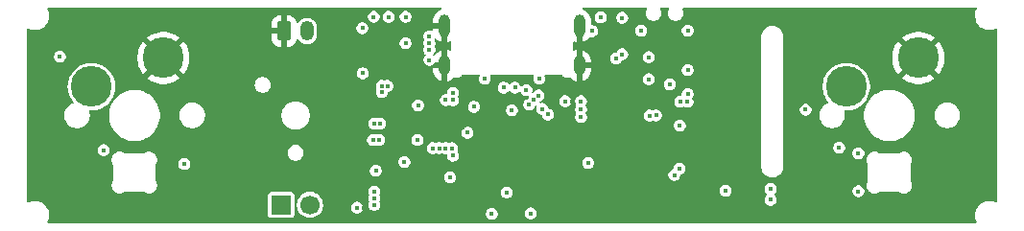
<source format=gbr>
%TF.GenerationSoftware,KiCad,Pcbnew,9.0.3*%
%TF.CreationDate,2025-07-18T02:06:41-04:00*%
%TF.ProjectId,board,626f6172-642e-46b6-9963-61645f706362,rev?*%
%TF.SameCoordinates,Original*%
%TF.FileFunction,Copper,L3,Inr*%
%TF.FilePolarity,Positive*%
%FSLAX46Y46*%
G04 Gerber Fmt 4.6, Leading zero omitted, Abs format (unit mm)*
G04 Created by KiCad (PCBNEW 9.0.3) date 2025-07-18 02:06:41*
%MOMM*%
%LPD*%
G01*
G04 APERTURE LIST*
G04 Aperture macros list*
%AMRoundRect*
0 Rectangle with rounded corners*
0 $1 Rounding radius*
0 $2 $3 $4 $5 $6 $7 $8 $9 X,Y pos of 4 corners*
0 Add a 4 corners polygon primitive as box body*
4,1,4,$2,$3,$4,$5,$6,$7,$8,$9,$2,$3,0*
0 Add four circle primitives for the rounded corners*
1,1,$1+$1,$2,$3*
1,1,$1+$1,$4,$5*
1,1,$1+$1,$6,$7*
1,1,$1+$1,$8,$9*
0 Add four rect primitives between the rounded corners*
20,1,$1+$1,$2,$3,$4,$5,0*
20,1,$1+$1,$4,$5,$6,$7,0*
20,1,$1+$1,$6,$7,$8,$9,0*
20,1,$1+$1,$8,$9,$2,$3,0*%
G04 Aperture macros list end*
%TA.AperFunction,ComponentPad*%
%ADD10RoundRect,0.250000X-0.350000X-0.625000X0.350000X-0.625000X0.350000X0.625000X-0.350000X0.625000X0*%
%TD*%
%TA.AperFunction,ComponentPad*%
%ADD11O,1.200000X1.750000*%
%TD*%
%TA.AperFunction,ComponentPad*%
%ADD12R,1.700000X1.700000*%
%TD*%
%TA.AperFunction,ComponentPad*%
%ADD13C,1.700000*%
%TD*%
%TA.AperFunction,ComponentPad*%
%ADD14C,3.600000*%
%TD*%
%TA.AperFunction,ComponentPad*%
%ADD15O,1.000000X1.800000*%
%TD*%
%TA.AperFunction,ComponentPad*%
%ADD16O,1.000000X2.000000*%
%TD*%
%TA.AperFunction,ViaPad*%
%ADD17C,0.450000*%
%TD*%
G04 APERTURE END LIST*
D10*
%TO.N,GND*%
%TO.C,J2*%
X42900001Y-22250000D03*
D11*
%TO.N,VBAT*%
X44900002Y-22250000D03*
%TD*%
D12*
%TO.N,Net-(J4-Pin_1)*%
%TO.C,J4*%
X42625000Y-37600000D03*
D13*
%TO.N,Net-(J4-Pin_2)*%
X45165000Y-37600000D03*
%TD*%
D14*
%TO.N,/BUTTON_L*%
%TO.C,SW1*%
X25890000Y-27160000D03*
%TO.N,GND*%
X32240000Y-24620000D03*
%TD*%
%TO.N,/BUTTON_R*%
%TO.C,SW2*%
X92490000Y-27160000D03*
%TO.N,GND*%
X98840000Y-24620000D03*
%TD*%
D15*
%TO.N,GND*%
%TO.C,J1*%
X57050000Y-25300000D03*
X68950000Y-25300000D03*
D16*
X57050000Y-21800000D03*
X68950000Y-21800000D03*
%TD*%
D17*
%TO.N,/BUTTON_R*%
X88900000Y-29200000D03*
%TO.N,/BUTTON_L*%
X23100000Y-24500000D03*
%TO.N,GND*%
X63540000Y-33200000D03*
X53500000Y-29050000D03*
X63550000Y-34280000D03*
X63000000Y-33750000D03*
X83500000Y-37140000D03*
X62450000Y-34300000D03*
X71762501Y-23350000D03*
X77490000Y-32330000D03*
X51437500Y-23850000D03*
X53850000Y-37950000D03*
X61900000Y-33750000D03*
X51940000Y-23850000D03*
X58600000Y-30750000D03*
X51940000Y-23350000D03*
X62470000Y-33210000D03*
X59800000Y-37800000D03*
X49900000Y-37850000D03*
X63000000Y-34850000D03*
X77800000Y-29935000D03*
X64100000Y-33750000D03*
X81900000Y-25000000D03*
X63000000Y-32650000D03*
X49250000Y-28950000D03*
X51942500Y-22860000D03*
X52200000Y-32800000D03*
X51440000Y-22860000D03*
X50940000Y-23850000D03*
X62520000Y-28200000D03*
X32400000Y-36400000D03*
X50942500Y-22860000D03*
X51437500Y-23350000D03*
X69720000Y-34650000D03*
X99000000Y-36500000D03*
X71250000Y-33700000D03*
X66240000Y-28300000D03*
X68320000Y-28450000D03*
X56050000Y-36250000D03*
X50940000Y-23350000D03*
X60568700Y-28878752D03*
X50000000Y-28950000D03*
%TO.N,VBUS*%
X60600000Y-26450000D03*
X70062500Y-22250000D03*
X55700000Y-24800000D03*
X65400000Y-26450000D03*
%TO.N,VSYS*%
X50800000Y-21000000D03*
X54700000Y-28800000D03*
X49830000Y-25970000D03*
X55700000Y-23900000D03*
X55700000Y-22700000D03*
X54650000Y-31880000D03*
X51510000Y-27620000D03*
X52000000Y-27100000D03*
X51500000Y-27100000D03*
X85787500Y-37150000D03*
X81850000Y-36349999D03*
X53600000Y-23325000D03*
X55700000Y-23300000D03*
X57800000Y-33250000D03*
%TO.N,3V3*%
X64510000Y-28760000D03*
X59076274Y-31226274D03*
X77800000Y-30575000D03*
X62980000Y-29250000D03*
X50730000Y-31860000D03*
X57525000Y-35175000D03*
X50840000Y-30410000D03*
X64940000Y-28340000D03*
X65340000Y-27940000D03*
X51250000Y-31860000D03*
X50975000Y-34600000D03*
X69700000Y-33900000D03*
X75050000Y-24550000D03*
X51330000Y-30410000D03*
X77830000Y-28500000D03*
X75050000Y-26500000D03*
X69080000Y-29150000D03*
%TO.N,1V1*%
X67680000Y-28450000D03*
X69080000Y-28450000D03*
X69080000Y-29850000D03*
%TO.N,/DISP_PIN_CS*%
X75700000Y-29700000D03*
X78470000Y-28500000D03*
%TO.N,/DISP_PIN_RST*%
X78500000Y-27800000D03*
X75125085Y-29710008D03*
%TO.N,Net-(J1-DN1)*%
X70812500Y-21050000D03*
X63250000Y-27250000D03*
X62250000Y-27250000D03*
%TO.N,/DISP_PIN_MOSI*%
X78500000Y-25700000D03*
X76900000Y-26950000D03*
%TO.N,/BUTTON_L*%
X62550000Y-36500000D03*
%TO.N,/BUTTON_R*%
X64650000Y-38350000D03*
%TO.N,/BUTTON_MENU*%
X74399999Y-22200000D03*
X61200000Y-38400000D03*
X78499999Y-22200000D03*
%TO.N,/AUDIO_I2S_DOUT*%
X50850000Y-37000000D03*
X56559994Y-32600000D03*
%TO.N,Net-(J1-DP1)*%
X64250000Y-27450000D03*
X72712500Y-21075000D03*
%TO.N,/AUDIO_I2S_SD*%
X55984991Y-32600000D03*
X50850000Y-36424997D03*
%TO.N,/AUDIO_I2S_LRCK*%
X49324997Y-37850000D03*
X57710000Y-32600000D03*
%TO.N,/AUDIO_I2S_BCLK*%
X50850000Y-37600000D03*
X57134997Y-32600000D03*
%TO.N,/USB_D+*%
X66151249Y-29618701D03*
X72712500Y-24300000D03*
%TO.N,/USB_D-*%
X72172500Y-24650000D03*
X65656274Y-29123726D03*
%TO.N,/DISP_REG_EN*%
X77310000Y-34970000D03*
X85787500Y-36200001D03*
%TO.N,/PWR_~{PGOOD}*%
X52100000Y-21000000D03*
X57800000Y-28350000D03*
%TO.N,/PWR_~{CHG}*%
X57800000Y-27700000D03*
X53600000Y-21000000D03*
%TO.N,/PWR_CHG_EN*%
X57150000Y-28350000D03*
X49800000Y-22000000D03*
%TO.N,Net-(D1-DIN)*%
X34100000Y-34000000D03*
X93550000Y-36400000D03*
%TO.N,Net-(D2-DIN)*%
X77750000Y-34400000D03*
X91850000Y-32550000D03*
%TO.N,VSYS_GATED*%
X53500000Y-33800000D03*
X26960000Y-32770000D03*
X59640000Y-28940000D03*
X93550000Y-33030000D03*
%TD*%
%TA.AperFunction,Conductor*%
%TO.N,GND*%
G36*
X56771604Y-20222174D02*
G01*
X56793278Y-20274500D01*
X56771604Y-20326826D01*
X56747596Y-20342867D01*
X56576324Y-20413809D01*
X56412540Y-20523246D01*
X56273246Y-20662540D01*
X56163809Y-20826324D01*
X56088430Y-21008306D01*
X56088427Y-21008317D01*
X56050000Y-21201509D01*
X56050000Y-21550000D01*
X56750000Y-21550000D01*
X56750000Y-22050000D01*
X56050000Y-22050000D01*
X56050000Y-22167105D01*
X56028326Y-22219431D01*
X55976000Y-22241105D01*
X55939001Y-22231191D01*
X55902840Y-22210314D01*
X55902831Y-22210310D01*
X55769185Y-22174500D01*
X55769183Y-22174500D01*
X55630817Y-22174500D01*
X55630815Y-22174500D01*
X55497168Y-22210310D01*
X55497163Y-22210312D01*
X55377334Y-22279495D01*
X55279495Y-22377334D01*
X55210312Y-22497163D01*
X55210310Y-22497168D01*
X55174500Y-22630814D01*
X55174500Y-22769185D01*
X55210310Y-22902831D01*
X55210314Y-22902840D01*
X55245047Y-22963001D01*
X55252439Y-23019154D01*
X55245047Y-23036999D01*
X55210314Y-23097159D01*
X55210310Y-23097168D01*
X55174500Y-23230814D01*
X55174500Y-23369185D01*
X55210310Y-23502831D01*
X55210314Y-23502840D01*
X55245047Y-23563001D01*
X55252439Y-23619154D01*
X55245047Y-23636999D01*
X55210314Y-23697159D01*
X55210310Y-23697168D01*
X55174500Y-23830814D01*
X55174500Y-23969185D01*
X55210310Y-24102831D01*
X55210312Y-24102836D01*
X55279495Y-24222665D01*
X55354504Y-24297674D01*
X55376178Y-24350000D01*
X55354504Y-24402326D01*
X55279495Y-24477334D01*
X55210312Y-24597163D01*
X55210310Y-24597168D01*
X55174500Y-24730814D01*
X55174500Y-24869185D01*
X55210310Y-25002831D01*
X55210312Y-25002836D01*
X55279495Y-25122665D01*
X55377335Y-25220505D01*
X55497164Y-25289688D01*
X55630814Y-25325499D01*
X55630815Y-25325500D01*
X55630817Y-25325500D01*
X55769185Y-25325500D01*
X55769185Y-25325499D01*
X55902836Y-25289688D01*
X56022665Y-25220505D01*
X56120505Y-25122665D01*
X56141096Y-25086999D01*
X56186029Y-25052522D01*
X56205182Y-25050000D01*
X56750000Y-25050000D01*
X56750000Y-25550000D01*
X56050000Y-25550000D01*
X56050000Y-25798490D01*
X56088427Y-25991682D01*
X56088430Y-25991693D01*
X56163809Y-26173675D01*
X56273246Y-26337459D01*
X56412540Y-26476753D01*
X56576324Y-26586190D01*
X56758306Y-26661569D01*
X56758317Y-26661572D01*
X56799999Y-26669863D01*
X56800000Y-26669863D01*
X56800000Y-25866988D01*
X56809940Y-25884205D01*
X56865795Y-25940060D01*
X56934204Y-25979556D01*
X57010504Y-26000000D01*
X57089496Y-26000000D01*
X57165796Y-25979556D01*
X57234205Y-25940060D01*
X57290060Y-25884205D01*
X57300000Y-25866988D01*
X57300000Y-26669863D01*
X57341682Y-26661572D01*
X57341693Y-26661569D01*
X57523675Y-26586190D01*
X57687459Y-26476753D01*
X57687460Y-26476752D01*
X57808545Y-26355668D01*
X57860871Y-26333994D01*
X57897870Y-26343907D01*
X57936814Y-26366392D01*
X58064105Y-26400499D01*
X58064106Y-26400500D01*
X58064108Y-26400500D01*
X58195894Y-26400500D01*
X58195894Y-26400499D01*
X58323186Y-26366392D01*
X58437314Y-26300500D01*
X58530500Y-26207314D01*
X58570807Y-26137499D01*
X58615740Y-26103021D01*
X58634893Y-26100500D01*
X60066817Y-26100500D01*
X60119143Y-26122174D01*
X60140817Y-26174500D01*
X60130903Y-26211500D01*
X60110312Y-26247163D01*
X60110310Y-26247168D01*
X60074500Y-26380814D01*
X60074500Y-26519185D01*
X60110310Y-26652831D01*
X60110312Y-26652836D01*
X60179495Y-26772665D01*
X60277335Y-26870505D01*
X60397164Y-26939688D01*
X60530814Y-26975499D01*
X60530815Y-26975500D01*
X60530817Y-26975500D01*
X60669185Y-26975500D01*
X60669185Y-26975499D01*
X60802836Y-26939688D01*
X60922665Y-26870505D01*
X61020505Y-26772665D01*
X61089688Y-26652836D01*
X61125499Y-26519185D01*
X61125500Y-26519185D01*
X61125500Y-26380815D01*
X61125499Y-26380814D01*
X61115610Y-26343909D01*
X61089688Y-26247164D01*
X61069096Y-26211498D01*
X61061705Y-26155347D01*
X61096183Y-26110414D01*
X61133183Y-26100500D01*
X64866817Y-26100500D01*
X64919143Y-26122174D01*
X64940817Y-26174500D01*
X64930903Y-26211500D01*
X64910312Y-26247163D01*
X64910310Y-26247168D01*
X64874500Y-26380814D01*
X64874500Y-26519185D01*
X64910310Y-26652831D01*
X64910312Y-26652836D01*
X64979495Y-26772665D01*
X65077335Y-26870505D01*
X65197164Y-26939688D01*
X65330814Y-26975499D01*
X65330815Y-26975500D01*
X65330817Y-26975500D01*
X65469185Y-26975500D01*
X65469185Y-26975499D01*
X65602836Y-26939688D01*
X65722665Y-26870505D01*
X65820505Y-26772665D01*
X65889688Y-26652836D01*
X65925499Y-26519185D01*
X65925500Y-26519185D01*
X65925500Y-26380815D01*
X65925499Y-26380814D01*
X65915610Y-26343909D01*
X65889688Y-26247164D01*
X65869096Y-26211498D01*
X65861705Y-26155347D01*
X65896183Y-26110414D01*
X65933183Y-26100500D01*
X67365107Y-26100500D01*
X67417433Y-26122174D01*
X67429192Y-26137499D01*
X67469500Y-26207314D01*
X67562686Y-26300500D01*
X67676814Y-26366392D01*
X67804105Y-26400499D01*
X67804106Y-26400500D01*
X67804108Y-26400500D01*
X67935891Y-26400500D01*
X67935892Y-26400500D01*
X68063186Y-26366392D01*
X68102127Y-26343908D01*
X68158279Y-26336515D01*
X68191454Y-26355668D01*
X68312539Y-26476752D01*
X68312540Y-26476753D01*
X68476324Y-26586190D01*
X68658306Y-26661569D01*
X68658317Y-26661572D01*
X68699999Y-26669863D01*
X68700000Y-26669863D01*
X68700000Y-25866988D01*
X68709940Y-25884205D01*
X68765795Y-25940060D01*
X68834204Y-25979556D01*
X68910504Y-26000000D01*
X68989496Y-26000000D01*
X69065796Y-25979556D01*
X69134205Y-25940060D01*
X69190060Y-25884205D01*
X69200000Y-25866988D01*
X69200000Y-26669863D01*
X69241682Y-26661572D01*
X69241693Y-26661569D01*
X69423675Y-26586190D01*
X69587459Y-26476753D01*
X69587460Y-26476752D01*
X69633398Y-26430814D01*
X74524500Y-26430814D01*
X74524500Y-26569185D01*
X74560310Y-26702831D01*
X74560312Y-26702836D01*
X74629495Y-26822665D01*
X74727335Y-26920505D01*
X74847164Y-26989688D01*
X74980814Y-27025499D01*
X74980815Y-27025500D01*
X74980817Y-27025500D01*
X75119185Y-27025500D01*
X75119185Y-27025499D01*
X75252836Y-26989688D01*
X75372665Y-26920505D01*
X75412356Y-26880814D01*
X76374500Y-26880814D01*
X76374500Y-27019185D01*
X76410310Y-27152831D01*
X76410312Y-27152836D01*
X76479495Y-27272665D01*
X76577335Y-27370505D01*
X76697164Y-27439688D01*
X76830814Y-27475499D01*
X76830815Y-27475500D01*
X76830817Y-27475500D01*
X76969185Y-27475500D01*
X76969185Y-27475499D01*
X77102836Y-27439688D01*
X77222665Y-27370505D01*
X77320505Y-27272665D01*
X77389688Y-27152836D01*
X77425499Y-27019185D01*
X77425500Y-27019185D01*
X77425500Y-26880815D01*
X77425499Y-26880814D01*
X77422736Y-26870504D01*
X77389688Y-26747164D01*
X77320505Y-26627335D01*
X77222665Y-26529495D01*
X77102836Y-26460312D01*
X77102831Y-26460310D01*
X76969185Y-26424500D01*
X76969183Y-26424500D01*
X76830817Y-26424500D01*
X76830815Y-26424500D01*
X76697168Y-26460310D01*
X76697163Y-26460312D01*
X76577334Y-26529495D01*
X76479495Y-26627334D01*
X76410312Y-26747163D01*
X76410310Y-26747168D01*
X76374500Y-26880814D01*
X75412356Y-26880814D01*
X75470505Y-26822665D01*
X75539688Y-26702836D01*
X75575499Y-26569185D01*
X75575500Y-26569185D01*
X75575500Y-26430815D01*
X75575499Y-26430814D01*
X75567376Y-26400500D01*
X75539688Y-26297164D01*
X75470505Y-26177335D01*
X75372665Y-26079495D01*
X75252836Y-26010312D01*
X75252831Y-26010310D01*
X75119185Y-25974500D01*
X75119183Y-25974500D01*
X74980817Y-25974500D01*
X74980815Y-25974500D01*
X74847168Y-26010310D01*
X74847163Y-26010312D01*
X74727334Y-26079495D01*
X74629495Y-26177334D01*
X74560312Y-26297163D01*
X74560310Y-26297168D01*
X74524500Y-26430814D01*
X69633398Y-26430814D01*
X69690572Y-26373641D01*
X69726752Y-26337460D01*
X69726753Y-26337459D01*
X69836190Y-26173675D01*
X69911569Y-25991693D01*
X69911572Y-25991682D01*
X69950000Y-25798490D01*
X69950000Y-25630814D01*
X77974500Y-25630814D01*
X77974500Y-25769185D01*
X78010310Y-25902831D01*
X78010312Y-25902836D01*
X78079495Y-26022665D01*
X78177335Y-26120505D01*
X78297164Y-26189688D01*
X78430814Y-26225499D01*
X78430815Y-26225500D01*
X78430817Y-26225500D01*
X78569185Y-26225500D01*
X78569185Y-26225499D01*
X78702836Y-26189688D01*
X78822665Y-26120505D01*
X78920505Y-26022665D01*
X78989688Y-25902836D01*
X79025499Y-25769185D01*
X79025500Y-25769185D01*
X79025500Y-25630815D01*
X79025499Y-25630814D01*
X79011179Y-25577372D01*
X78989688Y-25497164D01*
X78920505Y-25377335D01*
X78822665Y-25279495D01*
X78702836Y-25210312D01*
X78702831Y-25210310D01*
X78569185Y-25174500D01*
X78569183Y-25174500D01*
X78430817Y-25174500D01*
X78430815Y-25174500D01*
X78297168Y-25210310D01*
X78297163Y-25210312D01*
X78177334Y-25279495D01*
X78079495Y-25377334D01*
X78010312Y-25497163D01*
X78010310Y-25497168D01*
X77974500Y-25630814D01*
X69950000Y-25630814D01*
X69950000Y-25550000D01*
X69250000Y-25550000D01*
X69250000Y-25050000D01*
X69950000Y-25050000D01*
X69950000Y-24801509D01*
X69911572Y-24608317D01*
X69911571Y-24608314D01*
X69909904Y-24604289D01*
X69909903Y-24604286D01*
X69909903Y-24604285D01*
X69900181Y-24580814D01*
X71647000Y-24580814D01*
X71647000Y-24719185D01*
X71682810Y-24852831D01*
X71682812Y-24852836D01*
X71751995Y-24972665D01*
X71849835Y-25070505D01*
X71969664Y-25139688D01*
X72103314Y-25175499D01*
X72103315Y-25175500D01*
X72103317Y-25175500D01*
X72241685Y-25175500D01*
X72241685Y-25175499D01*
X72375336Y-25139688D01*
X72495165Y-25070505D01*
X72593005Y-24972665D01*
X72656609Y-24862500D01*
X72701543Y-24828021D01*
X72720695Y-24825500D01*
X72781685Y-24825500D01*
X72781685Y-24825499D01*
X72915336Y-24789688D01*
X73035165Y-24720505D01*
X73133005Y-24622665D01*
X73202188Y-24502836D01*
X73208089Y-24480814D01*
X74524500Y-24480814D01*
X74524500Y-24619185D01*
X74560310Y-24752831D01*
X74560312Y-24752836D01*
X74629495Y-24872665D01*
X74727335Y-24970505D01*
X74847164Y-25039688D01*
X74980814Y-25075499D01*
X74980815Y-25075500D01*
X74980817Y-25075500D01*
X75119185Y-25075500D01*
X75119185Y-25075499D01*
X75252836Y-25039688D01*
X75372665Y-24970505D01*
X75470505Y-24872665D01*
X75539688Y-24752836D01*
X75575499Y-24619185D01*
X75575500Y-24619185D01*
X75575500Y-24480815D01*
X75575499Y-24480814D01*
X75562102Y-24430817D01*
X75539688Y-24347164D01*
X75470505Y-24227335D01*
X75372665Y-24129495D01*
X75252836Y-24060312D01*
X75252831Y-24060310D01*
X75119185Y-24024500D01*
X75119183Y-24024500D01*
X74980817Y-24024500D01*
X74980815Y-24024500D01*
X74847168Y-24060310D01*
X74847163Y-24060312D01*
X74727334Y-24129495D01*
X74629495Y-24227334D01*
X74560312Y-24347163D01*
X74560310Y-24347168D01*
X74524500Y-24480814D01*
X73208089Y-24480814D01*
X73238000Y-24369183D01*
X73238000Y-24230817D01*
X73238000Y-24230815D01*
X73237999Y-24230814D01*
X73223669Y-24177335D01*
X73202188Y-24097164D01*
X73133005Y-23977335D01*
X73035165Y-23879495D01*
X72915336Y-23810312D01*
X72915331Y-23810310D01*
X72781685Y-23774500D01*
X72781683Y-23774500D01*
X72643317Y-23774500D01*
X72643315Y-23774500D01*
X72509668Y-23810310D01*
X72509663Y-23810312D01*
X72389834Y-23879495D01*
X72291995Y-23977334D01*
X72228391Y-24087500D01*
X72183457Y-24121979D01*
X72164305Y-24124500D01*
X72103315Y-24124500D01*
X71969668Y-24160310D01*
X71969663Y-24160312D01*
X71849834Y-24229495D01*
X71751995Y-24327334D01*
X71682812Y-24447163D01*
X71682810Y-24447168D01*
X71647000Y-24580814D01*
X69900181Y-24580814D01*
X69836190Y-24426324D01*
X69726753Y-24262540D01*
X69587459Y-24123246D01*
X69423675Y-24013809D01*
X69241691Y-23938429D01*
X69241684Y-23938427D01*
X69200000Y-23930136D01*
X69200000Y-24733011D01*
X69190060Y-24715795D01*
X69134205Y-24659940D01*
X69065796Y-24620444D01*
X68989496Y-24600000D01*
X68910504Y-24600000D01*
X68834204Y-24620444D01*
X68765795Y-24659940D01*
X68709940Y-24715795D01*
X68700000Y-24733011D01*
X68700000Y-23930136D01*
X68699999Y-23930136D01*
X68658315Y-23938427D01*
X68658308Y-23938429D01*
X68472963Y-24015202D01*
X68472032Y-24012955D01*
X68422827Y-24017667D01*
X68379144Y-23981619D01*
X68370500Y-23946912D01*
X68370500Y-23253087D01*
X68392174Y-23200761D01*
X68444500Y-23179087D01*
X68472415Y-23186119D01*
X68472963Y-23184798D01*
X68658306Y-23261569D01*
X68658317Y-23261572D01*
X68699999Y-23269863D01*
X68700000Y-23269863D01*
X68700000Y-22466988D01*
X68709940Y-22484205D01*
X68765795Y-22540060D01*
X68834204Y-22579556D01*
X68910504Y-22600000D01*
X68989496Y-22600000D01*
X69065796Y-22579556D01*
X69134205Y-22540060D01*
X69190060Y-22484205D01*
X69200000Y-22466988D01*
X69200000Y-23269863D01*
X69241682Y-23261572D01*
X69241693Y-23261569D01*
X69423675Y-23186190D01*
X69587459Y-23076753D01*
X69726753Y-22937459D01*
X69829555Y-22783605D01*
X69876647Y-22752139D01*
X69910237Y-22753239D01*
X69993314Y-22775499D01*
X69993315Y-22775500D01*
X69993317Y-22775500D01*
X70131685Y-22775500D01*
X70131685Y-22775499D01*
X70265336Y-22739688D01*
X70385165Y-22670505D01*
X70483005Y-22572665D01*
X70552188Y-22452836D01*
X70587999Y-22319185D01*
X70588000Y-22319185D01*
X70588000Y-22180817D01*
X70578435Y-22145119D01*
X70578435Y-22145117D01*
X70574602Y-22130814D01*
X73874499Y-22130814D01*
X73874499Y-22269185D01*
X73910309Y-22402831D01*
X73910311Y-22402836D01*
X73979494Y-22522665D01*
X74077334Y-22620505D01*
X74197163Y-22689688D01*
X74330813Y-22725499D01*
X74330814Y-22725500D01*
X74330816Y-22725500D01*
X74469184Y-22725500D01*
X74469184Y-22725499D01*
X74602835Y-22689688D01*
X74722664Y-22620505D01*
X74820504Y-22522665D01*
X74889687Y-22402836D01*
X74925498Y-22269185D01*
X74925499Y-22269185D01*
X74925499Y-22130815D01*
X74925498Y-22130814D01*
X77974499Y-22130814D01*
X77974499Y-22269185D01*
X78010309Y-22402831D01*
X78010311Y-22402836D01*
X78079494Y-22522665D01*
X78177334Y-22620505D01*
X78297163Y-22689688D01*
X78430813Y-22725499D01*
X78430814Y-22725500D01*
X78430816Y-22725500D01*
X78569184Y-22725500D01*
X78569184Y-22725499D01*
X78702835Y-22689688D01*
X78742413Y-22666838D01*
X84999500Y-22666838D01*
X84999500Y-34333161D01*
X85028379Y-34496946D01*
X85047506Y-34549495D01*
X85085264Y-34653233D01*
X85168422Y-34797267D01*
X85275327Y-34924673D01*
X85402733Y-35031578D01*
X85546767Y-35114736D01*
X85703053Y-35171620D01*
X85866842Y-35200500D01*
X85866846Y-35200500D01*
X86033154Y-35200500D01*
X86033158Y-35200500D01*
X86196947Y-35171620D01*
X86353233Y-35114736D01*
X86497267Y-35031578D01*
X86624673Y-34924673D01*
X86731578Y-34797267D01*
X86814736Y-34653233D01*
X86871620Y-34496947D01*
X86900500Y-34333158D01*
X86900500Y-34250000D01*
X86900500Y-34210118D01*
X86900500Y-32480814D01*
X91324500Y-32480814D01*
X91324500Y-32619185D01*
X91360310Y-32752831D01*
X91360312Y-32752836D01*
X91429495Y-32872665D01*
X91527335Y-32970505D01*
X91647164Y-33039688D01*
X91780814Y-33075499D01*
X91780815Y-33075500D01*
X91780817Y-33075500D01*
X91919185Y-33075500D01*
X91919185Y-33075499D01*
X92052836Y-33039688D01*
X92172665Y-32970505D01*
X92182356Y-32960814D01*
X93024500Y-32960814D01*
X93024500Y-33099185D01*
X93060310Y-33232831D01*
X93060312Y-33232836D01*
X93129495Y-33352665D01*
X93227335Y-33450505D01*
X93347164Y-33519688D01*
X93480814Y-33555499D01*
X93480815Y-33555500D01*
X93480817Y-33555500D01*
X93619185Y-33555500D01*
X93619185Y-33555499D01*
X93752836Y-33519688D01*
X93872665Y-33450505D01*
X93970505Y-33352665D01*
X94039688Y-33232836D01*
X94075499Y-33099185D01*
X94075500Y-33099185D01*
X94075500Y-32960815D01*
X94075499Y-32960814D01*
X94066528Y-32927335D01*
X94039688Y-32827164D01*
X93970505Y-32707335D01*
X93872665Y-32609495D01*
X93752836Y-32540312D01*
X93752831Y-32540310D01*
X93619185Y-32504500D01*
X93619183Y-32504500D01*
X93480817Y-32504500D01*
X93480815Y-32504500D01*
X93347168Y-32540310D01*
X93347163Y-32540312D01*
X93227334Y-32609495D01*
X93129495Y-32707334D01*
X93060312Y-32827163D01*
X93060310Y-32827168D01*
X93024500Y-32960814D01*
X92182356Y-32960814D01*
X92270505Y-32872665D01*
X92339688Y-32752836D01*
X92375499Y-32619185D01*
X92375500Y-32619185D01*
X92375500Y-32480815D01*
X92375499Y-32480814D01*
X92366528Y-32447335D01*
X92339688Y-32347164D01*
X92270505Y-32227335D01*
X92172665Y-32129495D01*
X92052836Y-32060312D01*
X92052831Y-32060310D01*
X91919185Y-32024500D01*
X91919183Y-32024500D01*
X91780817Y-32024500D01*
X91780815Y-32024500D01*
X91647168Y-32060310D01*
X91647163Y-32060312D01*
X91527334Y-32129495D01*
X91429495Y-32227334D01*
X91360312Y-32347163D01*
X91360310Y-32347168D01*
X91324500Y-32480814D01*
X86900500Y-32480814D01*
X86900500Y-29130814D01*
X88374500Y-29130814D01*
X88374500Y-29269185D01*
X88410310Y-29402831D01*
X88410312Y-29402836D01*
X88479495Y-29522665D01*
X88577335Y-29620505D01*
X88697164Y-29689688D01*
X88830814Y-29725499D01*
X88830815Y-29725500D01*
X88830817Y-29725500D01*
X88969185Y-29725500D01*
X88969185Y-29725499D01*
X89102836Y-29689688D01*
X89222665Y-29620505D01*
X89231749Y-29611421D01*
X90094501Y-29611421D01*
X90094501Y-29788579D01*
X90119221Y-29944655D01*
X90122215Y-29963554D01*
X90122217Y-29963565D01*
X90176957Y-30132039D01*
X90176959Y-30132043D01*
X90257385Y-30289886D01*
X90257388Y-30289892D01*
X90319586Y-30375500D01*
X90361518Y-30433214D01*
X90486787Y-30558483D01*
X90486790Y-30558485D01*
X90486791Y-30558486D01*
X90604745Y-30644185D01*
X90630111Y-30662614D01*
X90782464Y-30740242D01*
X90787957Y-30743041D01*
X90787961Y-30743043D01*
X90956435Y-30797783D01*
X90956439Y-30797783D01*
X90956446Y-30797786D01*
X91107496Y-30821710D01*
X91131421Y-30825500D01*
X91131422Y-30825500D01*
X91308581Y-30825500D01*
X91329627Y-30822166D01*
X91483556Y-30797786D01*
X91483564Y-30797783D01*
X91483566Y-30797783D01*
X91652040Y-30743043D01*
X91652040Y-30743042D01*
X91652043Y-30743042D01*
X91809891Y-30662614D01*
X91953215Y-30558483D01*
X92078484Y-30433214D01*
X92182615Y-30289890D01*
X92263043Y-30132042D01*
X92308273Y-29992836D01*
X92317784Y-29963565D01*
X92317784Y-29963563D01*
X92317787Y-29963555D01*
X92345501Y-29788579D01*
X92345501Y-29611421D01*
X92339363Y-29572665D01*
X92337618Y-29561647D01*
X92336168Y-29552494D01*
X94049500Y-29552494D01*
X94049500Y-29847506D01*
X94056784Y-29902831D01*
X94088006Y-30139991D01*
X94164361Y-30424953D01*
X94277253Y-30697498D01*
X94277256Y-30697506D01*
X94405543Y-30919706D01*
X94424762Y-30952994D01*
X94604354Y-31187042D01*
X94812958Y-31395646D01*
X95047006Y-31575238D01*
X95302493Y-31722743D01*
X95575048Y-31835639D01*
X95860007Y-31911993D01*
X96152494Y-31950500D01*
X96152496Y-31950500D01*
X96447504Y-31950500D01*
X96447506Y-31950500D01*
X96739993Y-31911993D01*
X97024952Y-31835639D01*
X97297507Y-31722743D01*
X97552994Y-31575238D01*
X97787042Y-31395646D01*
X97995646Y-31187042D01*
X98175238Y-30952994D01*
X98322743Y-30697507D01*
X98435639Y-30424952D01*
X98511993Y-30139993D01*
X98550500Y-29847506D01*
X98550500Y-29611421D01*
X100254499Y-29611421D01*
X100254499Y-29788579D01*
X100279219Y-29944655D01*
X100282213Y-29963554D01*
X100282215Y-29963565D01*
X100336955Y-30132039D01*
X100336957Y-30132043D01*
X100417383Y-30289886D01*
X100417386Y-30289892D01*
X100479584Y-30375500D01*
X100521516Y-30433214D01*
X100646785Y-30558483D01*
X100646788Y-30558485D01*
X100646789Y-30558486D01*
X100764743Y-30644185D01*
X100790109Y-30662614D01*
X100942462Y-30740242D01*
X100947955Y-30743041D01*
X100947959Y-30743043D01*
X101116433Y-30797783D01*
X101116437Y-30797783D01*
X101116444Y-30797786D01*
X101267494Y-30821710D01*
X101291419Y-30825500D01*
X101291420Y-30825500D01*
X101468579Y-30825500D01*
X101489625Y-30822166D01*
X101643554Y-30797786D01*
X101643562Y-30797783D01*
X101643564Y-30797783D01*
X101812038Y-30743043D01*
X101812038Y-30743042D01*
X101812041Y-30743042D01*
X101969889Y-30662614D01*
X102113213Y-30558483D01*
X102238482Y-30433214D01*
X102342613Y-30289890D01*
X102423041Y-30132042D01*
X102468271Y-29992836D01*
X102477782Y-29963565D01*
X102477782Y-29963563D01*
X102477785Y-29963555D01*
X102505499Y-29788579D01*
X102505499Y-29611421D01*
X102477785Y-29436445D01*
X102477782Y-29436438D01*
X102477782Y-29436434D01*
X102423042Y-29267960D01*
X102423040Y-29267956D01*
X102378639Y-29180815D01*
X102342613Y-29110110D01*
X102332425Y-29096088D01*
X102238485Y-28966790D01*
X102238484Y-28966789D01*
X102238482Y-28966786D01*
X102113213Y-28841517D01*
X102113210Y-28841514D01*
X102113208Y-28841513D01*
X101969891Y-28737387D01*
X101969885Y-28737384D01*
X101812042Y-28656958D01*
X101812038Y-28656956D01*
X101643564Y-28602216D01*
X101643555Y-28602214D01*
X101643554Y-28602214D01*
X101556066Y-28588357D01*
X101468579Y-28574500D01*
X101468578Y-28574500D01*
X101291420Y-28574500D01*
X101291419Y-28574500D01*
X101116444Y-28602214D01*
X101116433Y-28602216D01*
X100947959Y-28656956D01*
X100947955Y-28656958D01*
X100790112Y-28737384D01*
X100790106Y-28737387D01*
X100646789Y-28841513D01*
X100521512Y-28966790D01*
X100417386Y-29110107D01*
X100417383Y-29110113D01*
X100336957Y-29267956D01*
X100336955Y-29267960D01*
X100282215Y-29436434D01*
X100282213Y-29436445D01*
X100262383Y-29561647D01*
X100254499Y-29611421D01*
X98550500Y-29611421D01*
X98550500Y-29552494D01*
X98511993Y-29260007D01*
X98435639Y-28975048D01*
X98322743Y-28702493D01*
X98175238Y-28447006D01*
X97995646Y-28212958D01*
X97787042Y-28004354D01*
X97552994Y-27824762D01*
X97549658Y-27822836D01*
X97297506Y-27677256D01*
X97297498Y-27677253D01*
X97024953Y-27564361D01*
X96739991Y-27488006D01*
X96524518Y-27459638D01*
X96447506Y-27449500D01*
X96152494Y-27449500D01*
X96084441Y-27458459D01*
X95860008Y-27488006D01*
X95575046Y-27564361D01*
X95302501Y-27677253D01*
X95302493Y-27677256D01*
X95047010Y-27824759D01*
X95047006Y-27824761D01*
X95047006Y-27824762D01*
X94814937Y-28002836D01*
X94812953Y-28004358D01*
X94604358Y-28212953D01*
X94604354Y-28212957D01*
X94604354Y-28212958D01*
X94506830Y-28340053D01*
X94424759Y-28447010D01*
X94277256Y-28702493D01*
X94277253Y-28702501D01*
X94164361Y-28975046D01*
X94088006Y-29260008D01*
X94056784Y-29497164D01*
X94049500Y-29552494D01*
X92336168Y-29552494D01*
X92327404Y-29497163D01*
X92317787Y-29436445D01*
X92317784Y-29436438D01*
X92317784Y-29436434D01*
X92292094Y-29357367D01*
X92296538Y-29300904D01*
X92339605Y-29264122D01*
X92362472Y-29260500D01*
X92627672Y-29260500D01*
X92627674Y-29260500D01*
X92900666Y-29224560D01*
X93166632Y-29153295D01*
X93421021Y-29047923D01*
X93659479Y-28910249D01*
X93825151Y-28783125D01*
X93877922Y-28742633D01*
X93877923Y-28742631D01*
X93877928Y-28742628D01*
X94072628Y-28547928D01*
X94076536Y-28542836D01*
X94162490Y-28430817D01*
X94240249Y-28329479D01*
X94377923Y-28091021D01*
X94483295Y-27836632D01*
X94554560Y-27570666D01*
X94590500Y-27297674D01*
X94590500Y-27022326D01*
X94554560Y-26749334D01*
X94483295Y-26483368D01*
X94377923Y-26228979D01*
X94348106Y-26177334D01*
X94240251Y-25990524D01*
X94240247Y-25990518D01*
X94072633Y-25772077D01*
X93877922Y-25577366D01*
X93659481Y-25409752D01*
X93659475Y-25409748D01*
X93421020Y-25272076D01*
X93421017Y-25272075D01*
X93166631Y-25166704D01*
X92900664Y-25095439D01*
X92699552Y-25068962D01*
X92627674Y-25059500D01*
X92352326Y-25059500D01*
X92288810Y-25067862D01*
X92079335Y-25095439D01*
X91813368Y-25166704D01*
X91558982Y-25272075D01*
X91558979Y-25272076D01*
X91320524Y-25409748D01*
X91320518Y-25409752D01*
X91102077Y-25577366D01*
X90907366Y-25772077D01*
X90739752Y-25990518D01*
X90739748Y-25990524D01*
X90602076Y-26228979D01*
X90602075Y-26228982D01*
X90496704Y-26483368D01*
X90425439Y-26749335D01*
X90397664Y-26960312D01*
X90389500Y-27022326D01*
X90389500Y-27297674D01*
X90393994Y-27331808D01*
X90425439Y-27570664D01*
X90496704Y-27836631D01*
X90602075Y-28091017D01*
X90602076Y-28091020D01*
X90739748Y-28329475D01*
X90739752Y-28329481D01*
X90886765Y-28521073D01*
X90901424Y-28575780D01*
X90873105Y-28624829D01*
X90850924Y-28636499D01*
X90787962Y-28656956D01*
X90787957Y-28656958D01*
X90630114Y-28737384D01*
X90630108Y-28737387D01*
X90486791Y-28841513D01*
X90361514Y-28966790D01*
X90257388Y-29110107D01*
X90257385Y-29110113D01*
X90176959Y-29267956D01*
X90176957Y-29267960D01*
X90122217Y-29436434D01*
X90122215Y-29436445D01*
X90102385Y-29561647D01*
X90094501Y-29611421D01*
X89231749Y-29611421D01*
X89320505Y-29522665D01*
X89389688Y-29402836D01*
X89425499Y-29269185D01*
X89425500Y-29269185D01*
X89425500Y-29130815D01*
X89425499Y-29130814D01*
X89425016Y-29129013D01*
X89389688Y-28997164D01*
X89320505Y-28877335D01*
X89222665Y-28779495D01*
X89102836Y-28710312D01*
X89102831Y-28710310D01*
X88969185Y-28674500D01*
X88969183Y-28674500D01*
X88830817Y-28674500D01*
X88830815Y-28674500D01*
X88697168Y-28710310D01*
X88697163Y-28710312D01*
X88577334Y-28779495D01*
X88479495Y-28877334D01*
X88410312Y-28997163D01*
X88410310Y-28997168D01*
X88374500Y-29130814D01*
X86900500Y-29130814D01*
X86900500Y-24469251D01*
X96540000Y-24469251D01*
X96540000Y-24770748D01*
X96579352Y-25069663D01*
X96657385Y-25360889D01*
X96657389Y-25360900D01*
X96772763Y-25639438D01*
X96772766Y-25639446D01*
X96923518Y-25900556D01*
X97046116Y-26060327D01*
X97599441Y-25507002D01*
X97676795Y-25613471D01*
X97846529Y-25783205D01*
X97952995Y-25860557D01*
X97399671Y-26413882D01*
X97559447Y-26536483D01*
X97820553Y-26687233D01*
X97820561Y-26687236D01*
X98099099Y-26802610D01*
X98099110Y-26802614D01*
X98390336Y-26880647D01*
X98390335Y-26880647D01*
X98689252Y-26920000D01*
X98990748Y-26920000D01*
X99289663Y-26880647D01*
X99580889Y-26802614D01*
X99580900Y-26802610D01*
X99859438Y-26687236D01*
X99859446Y-26687233D01*
X100120552Y-26536483D01*
X100280327Y-26413882D01*
X99727003Y-25860558D01*
X99833471Y-25783205D01*
X100003205Y-25613471D01*
X100080558Y-25507003D01*
X100633882Y-26060327D01*
X100756483Y-25900552D01*
X100907233Y-25639446D01*
X100907236Y-25639438D01*
X101022610Y-25360900D01*
X101022614Y-25360889D01*
X101100647Y-25069663D01*
X101140000Y-24770748D01*
X101140000Y-24469251D01*
X101100647Y-24170336D01*
X101022614Y-23879110D01*
X101022610Y-23879099D01*
X100907236Y-23600561D01*
X100907233Y-23600553D01*
X100756483Y-23339447D01*
X100633882Y-23179671D01*
X100080557Y-23732995D01*
X100003205Y-23626529D01*
X99833471Y-23456795D01*
X99727002Y-23379441D01*
X100280327Y-22826116D01*
X100280327Y-22826115D01*
X100120556Y-22703518D01*
X99859446Y-22552766D01*
X99859438Y-22552763D01*
X99580900Y-22437389D01*
X99580889Y-22437385D01*
X99289663Y-22359352D01*
X99289664Y-22359352D01*
X98990748Y-22320000D01*
X98689252Y-22320000D01*
X98390336Y-22359352D01*
X98099110Y-22437385D01*
X98099099Y-22437389D01*
X97820561Y-22552763D01*
X97820553Y-22552766D01*
X97559450Y-22703514D01*
X97559444Y-22703518D01*
X97399671Y-22826116D01*
X97952996Y-23379441D01*
X97846529Y-23456795D01*
X97676795Y-23626529D01*
X97599441Y-23732996D01*
X97046116Y-23179671D01*
X96923518Y-23339444D01*
X96923514Y-23339450D01*
X96772766Y-23600553D01*
X96772763Y-23600561D01*
X96657389Y-23879099D01*
X96657385Y-23879110D01*
X96579352Y-24170336D01*
X96540000Y-24469251D01*
X86900500Y-24469251D01*
X86900500Y-22710118D01*
X86900500Y-22666842D01*
X86871620Y-22503053D01*
X86814736Y-22346767D01*
X86731578Y-22202733D01*
X86624673Y-22075327D01*
X86497267Y-21968422D01*
X86353233Y-21885264D01*
X86322286Y-21874000D01*
X86196946Y-21828379D01*
X86033161Y-21799500D01*
X86033158Y-21799500D01*
X85989882Y-21799500D01*
X85950000Y-21799500D01*
X85866842Y-21799500D01*
X85866838Y-21799500D01*
X85703053Y-21828379D01*
X85546769Y-21885263D01*
X85546767Y-21885263D01*
X85546767Y-21885264D01*
X85402733Y-21968422D01*
X85275327Y-22075327D01*
X85168422Y-22202733D01*
X85101189Y-22319185D01*
X85085263Y-22346769D01*
X85028379Y-22503053D01*
X84999500Y-22666838D01*
X78742413Y-22666838D01*
X78822664Y-22620505D01*
X78920504Y-22522665D01*
X78989687Y-22402836D01*
X79025498Y-22269185D01*
X79025499Y-22269185D01*
X79025499Y-22130815D01*
X79025498Y-22130814D01*
X79020152Y-22110864D01*
X78989687Y-21997164D01*
X78920504Y-21877335D01*
X78822664Y-21779495D01*
X78702835Y-21710312D01*
X78702830Y-21710310D01*
X78569184Y-21674500D01*
X78569182Y-21674500D01*
X78430816Y-21674500D01*
X78430814Y-21674500D01*
X78297167Y-21710310D01*
X78297162Y-21710312D01*
X78177333Y-21779495D01*
X78079494Y-21877334D01*
X78010311Y-21997163D01*
X78010309Y-21997168D01*
X77974499Y-22130814D01*
X74925498Y-22130814D01*
X74920152Y-22110864D01*
X74889687Y-21997164D01*
X74820504Y-21877335D01*
X74722664Y-21779495D01*
X74602835Y-21710312D01*
X74602830Y-21710310D01*
X74469184Y-21674500D01*
X74469182Y-21674500D01*
X74330816Y-21674500D01*
X74330814Y-21674500D01*
X74197167Y-21710310D01*
X74197162Y-21710312D01*
X74077333Y-21779495D01*
X73979494Y-21877334D01*
X73910311Y-21997163D01*
X73910309Y-21997168D01*
X73874499Y-22130814D01*
X70574602Y-22130814D01*
X70552189Y-22047168D01*
X70552188Y-22047164D01*
X70483005Y-21927335D01*
X70385165Y-21829495D01*
X70265336Y-21760312D01*
X70265331Y-21760310D01*
X70131685Y-21724500D01*
X70131683Y-21724500D01*
X70024000Y-21724500D01*
X69971674Y-21702826D01*
X69950000Y-21650500D01*
X69950000Y-21201509D01*
X69911572Y-21008317D01*
X69911571Y-21008314D01*
X69909904Y-21004289D01*
X69909903Y-21004286D01*
X69909903Y-21004285D01*
X69900181Y-20980814D01*
X70287000Y-20980814D01*
X70287000Y-21119185D01*
X70322810Y-21252831D01*
X70322812Y-21252836D01*
X70391995Y-21372665D01*
X70489835Y-21470505D01*
X70609664Y-21539688D01*
X70743314Y-21575499D01*
X70743315Y-21575500D01*
X70743317Y-21575500D01*
X70881685Y-21575500D01*
X70881685Y-21575499D01*
X71015336Y-21539688D01*
X71135165Y-21470505D01*
X71233005Y-21372665D01*
X71302188Y-21252836D01*
X71337999Y-21119185D01*
X71338000Y-21119185D01*
X71338000Y-21005814D01*
X72187000Y-21005814D01*
X72187000Y-21144185D01*
X72222810Y-21277831D01*
X72222812Y-21277836D01*
X72291995Y-21397665D01*
X72389835Y-21495505D01*
X72509664Y-21564688D01*
X72643314Y-21600499D01*
X72643315Y-21600500D01*
X72643317Y-21600500D01*
X72781685Y-21600500D01*
X72781685Y-21600499D01*
X72915336Y-21564688D01*
X73035165Y-21495505D01*
X73133005Y-21397665D01*
X73202188Y-21277836D01*
X73237999Y-21144185D01*
X73238000Y-21144185D01*
X73238000Y-21005815D01*
X73237999Y-21005814D01*
X73237590Y-21004289D01*
X73202188Y-20872164D01*
X73133005Y-20752335D01*
X73035165Y-20654495D01*
X72915336Y-20585312D01*
X72915331Y-20585310D01*
X72781685Y-20549500D01*
X72781683Y-20549500D01*
X72643317Y-20549500D01*
X72643315Y-20549500D01*
X72509668Y-20585310D01*
X72509663Y-20585312D01*
X72389834Y-20654495D01*
X72291995Y-20752334D01*
X72222812Y-20872163D01*
X72222810Y-20872168D01*
X72187000Y-21005814D01*
X71338000Y-21005814D01*
X71338000Y-20980815D01*
X71337999Y-20980814D01*
X71324602Y-20930817D01*
X71302188Y-20847164D01*
X71233005Y-20727335D01*
X71135165Y-20629495D01*
X71015336Y-20560312D01*
X71015331Y-20560310D01*
X70881685Y-20524500D01*
X70881683Y-20524500D01*
X70743317Y-20524500D01*
X70743315Y-20524500D01*
X70609668Y-20560310D01*
X70609663Y-20560312D01*
X70489834Y-20629495D01*
X70391995Y-20727334D01*
X70322812Y-20847163D01*
X70322810Y-20847168D01*
X70287000Y-20980814D01*
X69900181Y-20980814D01*
X69836190Y-20826324D01*
X69726753Y-20662540D01*
X69587459Y-20523246D01*
X69423675Y-20413809D01*
X69252404Y-20342867D01*
X69212355Y-20302819D01*
X69212355Y-20246182D01*
X69252403Y-20206133D01*
X69280722Y-20200500D01*
X74794418Y-20200500D01*
X74846744Y-20222174D01*
X74868418Y-20274500D01*
X74855947Y-20315611D01*
X74854226Y-20318186D01*
X74854224Y-20318190D01*
X74801421Y-20445667D01*
X74801418Y-20445677D01*
X74788562Y-20510312D01*
X74774500Y-20581007D01*
X74774500Y-20718993D01*
X74781132Y-20752334D01*
X74801418Y-20854322D01*
X74801421Y-20854332D01*
X74854223Y-20981808D01*
X74912606Y-21069185D01*
X74930886Y-21096542D01*
X75028458Y-21194114D01*
X75143189Y-21270775D01*
X75143190Y-21270775D01*
X75143191Y-21270776D01*
X75253485Y-21316461D01*
X75270672Y-21323580D01*
X75406007Y-21350500D01*
X75406009Y-21350500D01*
X75543991Y-21350500D01*
X75543993Y-21350500D01*
X75679328Y-21323580D01*
X75806811Y-21270775D01*
X75921542Y-21194114D01*
X76019114Y-21096542D01*
X76095775Y-20981811D01*
X76148580Y-20854328D01*
X76175500Y-20718993D01*
X76175500Y-20581007D01*
X76148580Y-20445672D01*
X76095775Y-20318189D01*
X76095773Y-20318186D01*
X76094053Y-20315611D01*
X76083004Y-20260062D01*
X76114471Y-20212971D01*
X76155582Y-20200500D01*
X76744418Y-20200500D01*
X76796744Y-20222174D01*
X76818418Y-20274500D01*
X76805947Y-20315611D01*
X76804226Y-20318186D01*
X76804224Y-20318190D01*
X76751421Y-20445667D01*
X76751418Y-20445677D01*
X76738562Y-20510312D01*
X76724500Y-20581007D01*
X76724500Y-20718993D01*
X76731132Y-20752334D01*
X76751418Y-20854322D01*
X76751421Y-20854332D01*
X76804223Y-20981808D01*
X76862606Y-21069185D01*
X76880886Y-21096542D01*
X76978458Y-21194114D01*
X77093189Y-21270775D01*
X77093190Y-21270775D01*
X77093191Y-21270776D01*
X77203485Y-21316461D01*
X77220672Y-21323580D01*
X77356007Y-21350500D01*
X77356009Y-21350500D01*
X77493991Y-21350500D01*
X77493993Y-21350500D01*
X77629328Y-21323580D01*
X77756811Y-21270775D01*
X77871542Y-21194114D01*
X77969114Y-21096542D01*
X78045775Y-20981811D01*
X78098580Y-20854328D01*
X78125500Y-20718993D01*
X78125500Y-20581007D01*
X78098580Y-20445672D01*
X78045775Y-20318189D01*
X78045773Y-20318186D01*
X78044053Y-20315611D01*
X78033004Y-20260062D01*
X78064471Y-20212971D01*
X78105582Y-20200500D01*
X103932118Y-20200500D01*
X103984444Y-20222174D01*
X104006118Y-20274500D01*
X103996661Y-20310696D01*
X103956225Y-20382798D01*
X103956223Y-20382802D01*
X103884308Y-20587250D01*
X103877258Y-20629495D01*
X103848632Y-20801020D01*
X103848632Y-20801022D01*
X103848632Y-20801023D01*
X103850257Y-21017738D01*
X103889136Y-21230948D01*
X103964108Y-21434292D01*
X103964109Y-21434295D01*
X104072938Y-21621707D01*
X104072940Y-21621710D01*
X104212386Y-21787614D01*
X104378290Y-21927060D01*
X104440762Y-21963337D01*
X104565704Y-22035890D01*
X104565705Y-22035890D01*
X104565708Y-22035892D01*
X104769052Y-22110864D01*
X104982261Y-22149742D01*
X105198980Y-22151368D01*
X105412748Y-22115692D01*
X105617194Y-22043778D01*
X105689305Y-22003337D01*
X105745544Y-21996647D01*
X105790043Y-22031684D01*
X105799500Y-22067881D01*
X105799500Y-37332117D01*
X105777826Y-37384443D01*
X105725500Y-37406117D01*
X105689304Y-37396661D01*
X105624487Y-37360312D01*
X105617194Y-37356222D01*
X105617193Y-37356221D01*
X105617192Y-37356221D01*
X105617187Y-37356219D01*
X105412749Y-37284308D01*
X105369994Y-37277172D01*
X105198980Y-37248632D01*
X105198976Y-37248632D01*
X104982261Y-37250257D01*
X104769051Y-37289136D01*
X104565707Y-37364108D01*
X104565704Y-37364109D01*
X104378292Y-37472938D01*
X104212386Y-37612386D01*
X104072938Y-37778292D01*
X103964109Y-37965704D01*
X103964108Y-37965707D01*
X103889136Y-38169051D01*
X103850257Y-38382261D01*
X103848978Y-38552831D01*
X103848632Y-38598980D01*
X103869274Y-38722665D01*
X103884308Y-38812749D01*
X103956219Y-39017187D01*
X103956225Y-39017201D01*
X103996660Y-39089303D01*
X104003351Y-39145544D01*
X103968313Y-39190042D01*
X103932117Y-39199499D01*
X22067883Y-39199499D01*
X22015557Y-39177825D01*
X21993883Y-39125499D01*
X22003340Y-39089303D01*
X22043775Y-39017199D01*
X22043774Y-39017199D01*
X22043779Y-39017192D01*
X22050543Y-38997964D01*
X22115691Y-38812749D01*
X22115692Y-38812746D01*
X22151368Y-38598978D01*
X22149742Y-38382259D01*
X22148509Y-38375500D01*
X22117053Y-38202995D01*
X22110863Y-38169051D01*
X22035891Y-37965707D01*
X22023439Y-37944264D01*
X21927060Y-37778289D01*
X21927059Y-37778288D01*
X21883073Y-37725957D01*
X21787613Y-37612385D01*
X21621709Y-37472939D01*
X21491224Y-37397168D01*
X21434294Y-37364109D01*
X21434291Y-37364108D01*
X21230947Y-37289136D01*
X21017737Y-37250257D01*
X20801022Y-37248632D01*
X20801021Y-37248632D01*
X20801019Y-37248632D01*
X20672758Y-37270037D01*
X20587249Y-37284308D01*
X20382804Y-37356222D01*
X20310696Y-37396661D01*
X20254455Y-37403350D01*
X20209956Y-37368313D01*
X20200500Y-37332117D01*
X20200500Y-36705135D01*
X41474500Y-36705135D01*
X41474500Y-38494863D01*
X41477414Y-38519986D01*
X41477415Y-38519992D01*
X41522794Y-38622765D01*
X41602235Y-38702206D01*
X41705009Y-38747585D01*
X41730135Y-38750500D01*
X43519864Y-38750499D01*
X43544991Y-38747585D01*
X43647765Y-38702206D01*
X43727206Y-38622765D01*
X43772585Y-38519991D01*
X43775500Y-38494865D01*
X43775499Y-37509453D01*
X44014500Y-37509453D01*
X44014500Y-37690546D01*
X44042828Y-37869406D01*
X44042831Y-37869419D01*
X44098787Y-38041635D01*
X44098788Y-38041638D01*
X44098789Y-38041639D01*
X44181004Y-38202994D01*
X44287447Y-38349501D01*
X44415499Y-38477553D01*
X44562006Y-38583996D01*
X44723361Y-38666211D01*
X44723364Y-38666212D01*
X44723363Y-38666212D01*
X44895580Y-38722168D01*
X44895586Y-38722169D01*
X44895591Y-38722171D01*
X45014833Y-38741057D01*
X45074453Y-38750500D01*
X45074454Y-38750500D01*
X45255547Y-38750500D01*
X45300261Y-38743417D01*
X45434409Y-38722171D01*
X45434416Y-38722168D01*
X45434419Y-38722168D01*
X45586775Y-38672665D01*
X45606639Y-38666211D01*
X45767994Y-38583996D01*
X45914501Y-38477553D01*
X46042553Y-38349501D01*
X46148996Y-38202994D01*
X46231211Y-38041639D01*
X46287171Y-37869409D01*
X46301203Y-37780814D01*
X48799497Y-37780814D01*
X48799497Y-37919185D01*
X48835307Y-38052831D01*
X48835309Y-38052836D01*
X48904492Y-38172665D01*
X49002332Y-38270505D01*
X49122161Y-38339688D01*
X49255811Y-38375499D01*
X49255812Y-38375500D01*
X49255814Y-38375500D01*
X49394182Y-38375500D01*
X49394182Y-38375499D01*
X49527833Y-38339688D01*
X49543203Y-38330814D01*
X60674500Y-38330814D01*
X60674500Y-38469185D01*
X60710310Y-38602831D01*
X60710312Y-38602836D01*
X60779495Y-38722665D01*
X60877335Y-38820505D01*
X60997164Y-38889688D01*
X61130814Y-38925499D01*
X61130815Y-38925500D01*
X61130817Y-38925500D01*
X61269185Y-38925500D01*
X61269185Y-38925499D01*
X61402836Y-38889688D01*
X61522665Y-38820505D01*
X61620505Y-38722665D01*
X61689688Y-38602836D01*
X61725499Y-38469185D01*
X61725500Y-38469185D01*
X61725500Y-38330817D01*
X61715935Y-38295119D01*
X61715935Y-38295117D01*
X61712102Y-38280814D01*
X64124500Y-38280814D01*
X64124500Y-38419185D01*
X64160310Y-38552831D01*
X64160312Y-38552836D01*
X64229495Y-38672665D01*
X64327335Y-38770505D01*
X64447164Y-38839688D01*
X64580814Y-38875499D01*
X64580815Y-38875500D01*
X64580817Y-38875500D01*
X64719185Y-38875500D01*
X64719185Y-38875499D01*
X64852836Y-38839688D01*
X64972665Y-38770505D01*
X65070505Y-38672665D01*
X65139688Y-38552836D01*
X65175499Y-38419185D01*
X65175500Y-38419185D01*
X65175500Y-38280815D01*
X65175499Y-38280814D01*
X65172736Y-38270504D01*
X65139688Y-38147164D01*
X65070505Y-38027335D01*
X64972665Y-37929495D01*
X64852836Y-37860312D01*
X64852831Y-37860310D01*
X64719185Y-37824500D01*
X64719183Y-37824500D01*
X64580817Y-37824500D01*
X64580815Y-37824500D01*
X64447168Y-37860310D01*
X64447163Y-37860312D01*
X64327334Y-37929495D01*
X64229495Y-38027334D01*
X64160312Y-38147163D01*
X64160310Y-38147168D01*
X64124500Y-38280814D01*
X61712102Y-38280814D01*
X61689689Y-38197168D01*
X61689688Y-38197164D01*
X61620505Y-38077335D01*
X61522665Y-37979495D01*
X61402836Y-37910312D01*
X61402831Y-37910310D01*
X61269185Y-37874500D01*
X61269183Y-37874500D01*
X61130817Y-37874500D01*
X61130815Y-37874500D01*
X60997168Y-37910310D01*
X60997163Y-37910312D01*
X60877334Y-37979495D01*
X60779495Y-38077334D01*
X60710312Y-38197163D01*
X60710310Y-38197168D01*
X60674500Y-38330814D01*
X49543203Y-38330814D01*
X49647662Y-38270505D01*
X49745502Y-38172665D01*
X49814685Y-38052836D01*
X49850496Y-37919185D01*
X49850497Y-37919185D01*
X49850497Y-37780815D01*
X49850496Y-37780814D01*
X49849819Y-37778289D01*
X49814685Y-37647164D01*
X49745502Y-37527335D01*
X49647662Y-37429495D01*
X49527833Y-37360312D01*
X49527828Y-37360310D01*
X49394182Y-37324500D01*
X49394180Y-37324500D01*
X49255814Y-37324500D01*
X49255812Y-37324500D01*
X49122165Y-37360310D01*
X49122160Y-37360312D01*
X49002331Y-37429495D01*
X48904492Y-37527334D01*
X48835309Y-37647163D01*
X48835307Y-37647168D01*
X48799497Y-37780814D01*
X46301203Y-37780814D01*
X46315500Y-37690546D01*
X46315500Y-37509454D01*
X46309716Y-37472938D01*
X46297716Y-37397168D01*
X46287171Y-37330591D01*
X46287169Y-37330586D01*
X46287168Y-37330580D01*
X46231212Y-37158364D01*
X46231211Y-37158363D01*
X46231211Y-37158361D01*
X46148996Y-36997006D01*
X46143678Y-36989687D01*
X46100907Y-36930817D01*
X46042553Y-36850499D01*
X45914501Y-36722447D01*
X45784281Y-36627837D01*
X45767996Y-36616005D01*
X45687213Y-36574844D01*
X45606639Y-36533789D01*
X45606638Y-36533788D01*
X45606635Y-36533787D01*
X45606636Y-36533787D01*
X45434419Y-36477831D01*
X45434406Y-36477828D01*
X45255547Y-36449500D01*
X45255546Y-36449500D01*
X45074454Y-36449500D01*
X45074453Y-36449500D01*
X44895593Y-36477828D01*
X44895580Y-36477831D01*
X44723364Y-36533787D01*
X44562004Y-36616005D01*
X44562003Y-36616005D01*
X44415503Y-36722444D01*
X44415499Y-36722447D01*
X44287447Y-36850499D01*
X44287444Y-36850502D01*
X44287444Y-36850503D01*
X44181005Y-36997003D01*
X44181005Y-36997004D01*
X44098787Y-37158364D01*
X44042831Y-37330580D01*
X44042828Y-37330593D01*
X44014500Y-37509453D01*
X43775499Y-37509453D01*
X43775499Y-36705136D01*
X43772585Y-36680009D01*
X43727206Y-36577235D01*
X43647765Y-36497794D01*
X43544991Y-36452415D01*
X43544990Y-36452414D01*
X43544988Y-36452414D01*
X43523659Y-36449940D01*
X43519865Y-36449500D01*
X43519864Y-36449500D01*
X41730136Y-36449500D01*
X41705013Y-36452414D01*
X41705007Y-36452415D01*
X41602234Y-36497794D01*
X41522794Y-36577234D01*
X41477414Y-36680011D01*
X41474500Y-36705135D01*
X20200500Y-36705135D01*
X20200500Y-35944448D01*
X27674009Y-35944448D01*
X27694045Y-36049534D01*
X27701973Y-36091111D01*
X27701974Y-36091116D01*
X27760216Y-36228575D01*
X27760219Y-36228582D01*
X27816366Y-36308382D01*
X27846131Y-36350686D01*
X27955850Y-36451942D01*
X28084446Y-36527797D01*
X28226142Y-36574844D01*
X28374570Y-36590969D01*
X28374570Y-36590968D01*
X28374571Y-36590969D01*
X28424067Y-36585795D01*
X28523063Y-36575447D01*
X28664948Y-36528975D01*
X28690341Y-36514183D01*
X28694871Y-36511545D01*
X28695028Y-36511525D01*
X28726744Y-36492988D01*
X28726756Y-36492987D01*
X28732391Y-36490019D01*
X28771243Y-36471692D01*
X28783450Y-36467199D01*
X28821745Y-36456827D01*
X28834547Y-36454545D01*
X28869225Y-36451477D01*
X28877033Y-36450787D01*
X28883553Y-36450499D01*
X30429579Y-36450499D01*
X30429589Y-36450503D01*
X30466227Y-36450499D01*
X30472719Y-36450785D01*
X30515479Y-36454560D01*
X30528297Y-36456841D01*
X30566554Y-36467196D01*
X30566580Y-36467203D01*
X30578805Y-36471700D01*
X30617402Y-36489899D01*
X30623145Y-36492922D01*
X30655006Y-36511537D01*
X30660826Y-36514937D01*
X30661764Y-36515365D01*
X30685069Y-36528940D01*
X30826946Y-36575409D01*
X30947324Y-36587992D01*
X30975429Y-36590930D01*
X30975429Y-36590929D01*
X30975431Y-36590930D01*
X31123851Y-36574805D01*
X31265539Y-36527761D01*
X31394128Y-36451910D01*
X31498258Y-36355811D01*
X50324500Y-36355811D01*
X50324500Y-36494182D01*
X50360310Y-36627828D01*
X50360314Y-36627837D01*
X50387831Y-36675499D01*
X50395223Y-36731651D01*
X50387831Y-36749497D01*
X50360312Y-36797164D01*
X50360312Y-36797165D01*
X50360310Y-36797168D01*
X50324500Y-36930814D01*
X50324500Y-37069185D01*
X50360310Y-37202831D01*
X50360314Y-37202840D01*
X50395047Y-37263001D01*
X50402439Y-37319154D01*
X50395047Y-37336999D01*
X50360314Y-37397159D01*
X50360310Y-37397168D01*
X50324500Y-37530814D01*
X50324500Y-37669185D01*
X50360310Y-37802831D01*
X50360312Y-37802836D01*
X50429495Y-37922665D01*
X50527335Y-38020505D01*
X50647164Y-38089688D01*
X50780814Y-38125499D01*
X50780815Y-38125500D01*
X50780817Y-38125500D01*
X50919185Y-38125500D01*
X50919185Y-38125499D01*
X51052836Y-38089688D01*
X51172665Y-38020505D01*
X51270505Y-37922665D01*
X51339688Y-37802836D01*
X51375499Y-37669185D01*
X51375500Y-37669185D01*
X51375500Y-37530815D01*
X51375499Y-37530814D01*
X51369775Y-37509453D01*
X51339688Y-37397164D01*
X51332343Y-37384443D01*
X51304952Y-37337000D01*
X51297559Y-37280848D01*
X51304952Y-37263000D01*
X51312309Y-37250257D01*
X51339688Y-37202836D01*
X51375499Y-37069185D01*
X51375500Y-37069185D01*
X51375500Y-36930815D01*
X51375499Y-36930814D01*
X51372736Y-36920504D01*
X51339688Y-36797164D01*
X51312168Y-36749498D01*
X51304775Y-36693346D01*
X51312169Y-36675497D01*
X51339686Y-36627837D01*
X51339689Y-36627829D01*
X51342857Y-36616005D01*
X51375499Y-36494182D01*
X51375500Y-36494182D01*
X51375500Y-36430814D01*
X62024500Y-36430814D01*
X62024500Y-36569185D01*
X62060310Y-36702831D01*
X62060312Y-36702836D01*
X62129495Y-36822665D01*
X62227335Y-36920505D01*
X62347164Y-36989688D01*
X62480814Y-37025499D01*
X62480815Y-37025500D01*
X62480817Y-37025500D01*
X62619185Y-37025500D01*
X62619185Y-37025499D01*
X62752836Y-36989688D01*
X62872665Y-36920505D01*
X62970505Y-36822665D01*
X63039688Y-36702836D01*
X63075499Y-36569185D01*
X63075500Y-36569185D01*
X63075500Y-36430815D01*
X63075499Y-36430814D01*
X63055403Y-36355814D01*
X63039688Y-36297164D01*
X63030248Y-36280813D01*
X81324500Y-36280813D01*
X81324500Y-36419184D01*
X81360310Y-36552830D01*
X81360312Y-36552835D01*
X81429495Y-36672664D01*
X81527335Y-36770504D01*
X81647164Y-36839687D01*
X81780814Y-36875498D01*
X81780815Y-36875499D01*
X81780817Y-36875499D01*
X81919185Y-36875499D01*
X81919185Y-36875498D01*
X82052836Y-36839687D01*
X82172665Y-36770504D01*
X82270505Y-36672664D01*
X82339688Y-36552835D01*
X82375499Y-36419184D01*
X82375500Y-36419184D01*
X82375500Y-36280814D01*
X82375499Y-36280813D01*
X82361498Y-36228559D01*
X82339688Y-36147163D01*
X82330250Y-36130815D01*
X85262000Y-36130815D01*
X85262000Y-36269186D01*
X85297810Y-36402832D01*
X85297812Y-36402837D01*
X85366995Y-36522666D01*
X85467003Y-36622674D01*
X85488677Y-36675000D01*
X85467003Y-36727326D01*
X85366995Y-36827334D01*
X85297812Y-36947163D01*
X85297810Y-36947168D01*
X85262000Y-37080814D01*
X85262000Y-37219185D01*
X85297810Y-37352831D01*
X85297812Y-37352836D01*
X85366995Y-37472665D01*
X85464835Y-37570505D01*
X85584664Y-37639688D01*
X85718314Y-37675499D01*
X85718315Y-37675500D01*
X85718317Y-37675500D01*
X85856685Y-37675500D01*
X85856685Y-37675499D01*
X85990336Y-37639688D01*
X86110165Y-37570505D01*
X86208005Y-37472665D01*
X86277188Y-37352836D01*
X86312999Y-37219185D01*
X86313000Y-37219185D01*
X86313000Y-37080815D01*
X86312999Y-37080814D01*
X86290542Y-36997004D01*
X86277188Y-36947164D01*
X86208005Y-36827335D01*
X86110165Y-36729495D01*
X86107996Y-36727326D01*
X86086322Y-36675000D01*
X86107996Y-36622674D01*
X86110162Y-36620507D01*
X86110165Y-36620506D01*
X86208005Y-36522666D01*
X86277188Y-36402837D01*
X86296486Y-36330815D01*
X86296486Y-36330814D01*
X93024500Y-36330814D01*
X93024500Y-36469185D01*
X93060310Y-36602831D01*
X93060312Y-36602836D01*
X93129495Y-36722665D01*
X93227335Y-36820505D01*
X93347164Y-36889688D01*
X93480814Y-36925499D01*
X93480815Y-36925500D01*
X93480817Y-36925500D01*
X93619185Y-36925500D01*
X93619185Y-36925499D01*
X93752836Y-36889688D01*
X93872665Y-36820505D01*
X93970505Y-36722665D01*
X94039688Y-36602836D01*
X94075499Y-36469185D01*
X94075500Y-36469185D01*
X94075500Y-36330815D01*
X94075499Y-36330814D01*
X94069488Y-36308382D01*
X94039688Y-36197164D01*
X93970505Y-36077335D01*
X93872665Y-35979495D01*
X93811962Y-35944448D01*
X94274009Y-35944448D01*
X94294045Y-36049534D01*
X94301973Y-36091111D01*
X94301974Y-36091116D01*
X94360216Y-36228575D01*
X94360219Y-36228582D01*
X94416366Y-36308382D01*
X94446131Y-36350686D01*
X94555850Y-36451942D01*
X94684446Y-36527797D01*
X94826142Y-36574844D01*
X94974570Y-36590969D01*
X94974570Y-36590968D01*
X94974571Y-36590969D01*
X95024067Y-36585795D01*
X95123063Y-36575447D01*
X95264948Y-36528975D01*
X95290341Y-36514183D01*
X95294871Y-36511545D01*
X95295028Y-36511525D01*
X95326744Y-36492988D01*
X95326756Y-36492987D01*
X95332391Y-36490019D01*
X95371243Y-36471692D01*
X95383450Y-36467199D01*
X95421745Y-36456827D01*
X95434547Y-36454545D01*
X95469225Y-36451477D01*
X95477033Y-36450787D01*
X95483553Y-36450499D01*
X97029579Y-36450499D01*
X97029589Y-36450503D01*
X97066227Y-36450499D01*
X97072719Y-36450785D01*
X97115479Y-36454560D01*
X97128297Y-36456841D01*
X97166554Y-36467196D01*
X97166580Y-36467203D01*
X97178805Y-36471700D01*
X97217402Y-36489899D01*
X97223145Y-36492922D01*
X97255006Y-36511537D01*
X97260826Y-36514937D01*
X97261764Y-36515365D01*
X97285069Y-36528940D01*
X97426946Y-36575409D01*
X97547324Y-36587992D01*
X97575429Y-36590930D01*
X97575429Y-36590929D01*
X97575431Y-36590930D01*
X97723851Y-36574805D01*
X97865539Y-36527761D01*
X97994128Y-36451910D01*
X98103841Y-36350659D01*
X98189748Y-36228559D01*
X98203050Y-36197163D01*
X98247988Y-36091103D01*
X98247988Y-36091100D01*
X98247991Y-36091095D01*
X98275952Y-35944444D01*
X98272374Y-35795193D01*
X98237420Y-35650049D01*
X98222444Y-35618828D01*
X98222436Y-35618671D01*
X98206289Y-35585136D01*
X98206288Y-35585123D01*
X98204130Y-35580175D01*
X98190812Y-35546239D01*
X98187554Y-35535679D01*
X98180061Y-35502848D01*
X98178414Y-35491921D01*
X98175706Y-35455808D01*
X98175499Y-35450275D01*
X98175499Y-34049949D01*
X98175706Y-34044416D01*
X98176206Y-34037739D01*
X98178432Y-34008068D01*
X98180078Y-33997152D01*
X98187572Y-33964319D01*
X98190823Y-33953778D01*
X98204049Y-33920073D01*
X98206205Y-33915122D01*
X98216989Y-33892638D01*
X98216990Y-33892635D01*
X98217042Y-33892527D01*
X98222436Y-33881327D01*
X98222438Y-33881277D01*
X98237460Y-33849961D01*
X98272416Y-33704809D01*
X98275992Y-33555550D01*
X98248029Y-33408890D01*
X98248026Y-33408884D01*
X98248026Y-33408881D01*
X98189784Y-33271422D01*
X98189781Y-33271415D01*
X98127097Y-33182324D01*
X98103870Y-33149312D01*
X98101553Y-33147174D01*
X98016835Y-33068991D01*
X97994151Y-33048057D01*
X97992644Y-33047168D01*
X97865558Y-32972202D01*
X97865551Y-32972199D01*
X97723859Y-32925154D01*
X97575433Y-32909029D01*
X97575429Y-32909028D01*
X97426936Y-32924551D01*
X97285057Y-32971019D01*
X97261501Y-32984739D01*
X97261498Y-32984740D01*
X97255137Y-32988443D01*
X97255005Y-32988462D01*
X97224194Y-33006463D01*
X97223297Y-33006986D01*
X97223283Y-33006987D01*
X97217617Y-33009972D01*
X97178794Y-33028277D01*
X97166568Y-33032774D01*
X97128299Y-33043132D01*
X97115472Y-33045415D01*
X97072454Y-33049212D01*
X97065941Y-33049499D01*
X97022561Y-33049495D01*
X97022509Y-33049500D01*
X95527759Y-33049500D01*
X95520421Y-33049499D01*
X95520410Y-33049495D01*
X95488401Y-33049498D01*
X95483776Y-33049498D01*
X95483774Y-33049497D01*
X95477273Y-33049211D01*
X95434524Y-33045438D01*
X95421696Y-33043155D01*
X95383417Y-33032794D01*
X95371194Y-33028297D01*
X95332608Y-33010103D01*
X95326840Y-33007066D01*
X95299527Y-32991109D01*
X95294995Y-32988461D01*
X95294994Y-32988460D01*
X95289312Y-32985141D01*
X95288334Y-32984691D01*
X95267979Y-32972836D01*
X95264930Y-32971060D01*
X95264928Y-32971059D01*
X95264926Y-32971058D01*
X95123054Y-32924592D01*
X94974570Y-32909070D01*
X94974565Y-32909071D01*
X94826148Y-32925195D01*
X94684466Y-32972238D01*
X94684463Y-32972239D01*
X94684462Y-32972240D01*
X94656994Y-32988443D01*
X94555876Y-33048089D01*
X94446161Y-33149339D01*
X94360254Y-33271436D01*
X94360251Y-33271443D01*
X94302013Y-33408896D01*
X94302009Y-33408908D01*
X94274049Y-33555549D01*
X94274049Y-33555552D01*
X94277625Y-33704803D01*
X94277626Y-33704805D01*
X94312578Y-33849943D01*
X94312580Y-33849947D01*
X94324356Y-33874500D01*
X94324366Y-33874519D01*
X94324368Y-33874525D01*
X94327547Y-33881154D01*
X94327555Y-33881292D01*
X94343435Y-33914288D01*
X94343694Y-33914828D01*
X94343694Y-33914838D01*
X94345860Y-33919805D01*
X94359164Y-33953726D01*
X94362421Y-33964291D01*
X94369905Y-33997107D01*
X94371551Y-34008040D01*
X94374294Y-34044706D01*
X94374500Y-34050235D01*
X94374495Y-34094306D01*
X94374501Y-34094367D01*
X94374501Y-35450057D01*
X94374294Y-35455585D01*
X94373987Y-35459687D01*
X94371568Y-35491952D01*
X94369923Y-35502873D01*
X94362432Y-35535721D01*
X94359177Y-35546283D01*
X94346138Y-35579535D01*
X94343967Y-35584523D01*
X94332184Y-35609089D01*
X94330577Y-35612439D01*
X94327546Y-35618740D01*
X94327544Y-35618761D01*
X94318875Y-35636835D01*
X94312541Y-35650040D01*
X94277587Y-35795186D01*
X94277586Y-35795190D01*
X94274827Y-35910310D01*
X94274009Y-35944448D01*
X93811962Y-35944448D01*
X93752836Y-35910312D01*
X93752831Y-35910310D01*
X93619185Y-35874500D01*
X93619183Y-35874500D01*
X93480817Y-35874500D01*
X93480815Y-35874500D01*
X93347168Y-35910310D01*
X93347163Y-35910312D01*
X93227334Y-35979495D01*
X93129495Y-36077334D01*
X93060312Y-36197163D01*
X93060310Y-36197168D01*
X93024500Y-36330814D01*
X86296486Y-36330814D01*
X86302916Y-36306820D01*
X86302917Y-36306815D01*
X86313000Y-36269183D01*
X86313000Y-36130816D01*
X86312999Y-36130815D01*
X86311459Y-36125069D01*
X86277188Y-35997165D01*
X86208005Y-35877336D01*
X86110165Y-35779496D01*
X85990336Y-35710313D01*
X85990331Y-35710311D01*
X85856685Y-35674501D01*
X85856683Y-35674501D01*
X85718317Y-35674501D01*
X85718315Y-35674501D01*
X85584668Y-35710311D01*
X85584663Y-35710313D01*
X85464834Y-35779496D01*
X85366995Y-35877335D01*
X85297812Y-35997164D01*
X85297810Y-35997169D01*
X85262000Y-36130815D01*
X82330250Y-36130815D01*
X82270505Y-36027334D01*
X82172665Y-35929494D01*
X82052836Y-35860311D01*
X82052831Y-35860309D01*
X81919185Y-35824499D01*
X81919183Y-35824499D01*
X81780817Y-35824499D01*
X81780815Y-35824499D01*
X81647168Y-35860309D01*
X81647163Y-35860311D01*
X81527334Y-35929494D01*
X81429495Y-36027333D01*
X81360312Y-36147162D01*
X81360310Y-36147167D01*
X81324500Y-36280813D01*
X63030248Y-36280813D01*
X62970505Y-36177335D01*
X62872665Y-36079495D01*
X62752836Y-36010312D01*
X62752831Y-36010310D01*
X62619185Y-35974500D01*
X62619183Y-35974500D01*
X62480817Y-35974500D01*
X62480815Y-35974500D01*
X62347168Y-36010310D01*
X62347163Y-36010312D01*
X62227334Y-36079495D01*
X62129495Y-36177334D01*
X62060312Y-36297163D01*
X62060310Y-36297168D01*
X62024500Y-36430814D01*
X51375500Y-36430814D01*
X51375500Y-36355812D01*
X51375499Y-36355811D01*
X51368801Y-36330815D01*
X51339688Y-36222161D01*
X51270505Y-36102332D01*
X51172665Y-36004492D01*
X51052836Y-35935309D01*
X51052831Y-35935307D01*
X50919185Y-35899497D01*
X50919183Y-35899497D01*
X50780817Y-35899497D01*
X50780815Y-35899497D01*
X50647168Y-35935307D01*
X50647163Y-35935309D01*
X50527334Y-36004492D01*
X50429495Y-36102331D01*
X50360312Y-36222160D01*
X50360310Y-36222165D01*
X50324500Y-36355811D01*
X31498258Y-36355811D01*
X31503841Y-36350659D01*
X31552983Y-36280814D01*
X31589748Y-36228559D01*
X31647988Y-36091103D01*
X31647988Y-36091100D01*
X31647991Y-36091095D01*
X31675952Y-35944444D01*
X31672374Y-35795193D01*
X31637420Y-35650049D01*
X31622444Y-35618828D01*
X31622436Y-35618671D01*
X31606289Y-35585136D01*
X31606288Y-35585123D01*
X31604130Y-35580175D01*
X31590812Y-35546239D01*
X31587554Y-35535679D01*
X31580061Y-35502848D01*
X31578414Y-35491921D01*
X31575706Y-35455808D01*
X31575499Y-35450275D01*
X31575499Y-34530814D01*
X50449500Y-34530814D01*
X50449500Y-34669185D01*
X50485310Y-34802831D01*
X50485312Y-34802836D01*
X50554495Y-34922665D01*
X50652335Y-35020505D01*
X50772164Y-35089688D01*
X50905814Y-35125499D01*
X50905815Y-35125500D01*
X50905817Y-35125500D01*
X51044185Y-35125500D01*
X51044185Y-35125499D01*
X51117652Y-35105814D01*
X56999500Y-35105814D01*
X56999500Y-35244185D01*
X57035310Y-35377831D01*
X57035312Y-35377836D01*
X57104495Y-35497665D01*
X57202335Y-35595505D01*
X57322164Y-35664688D01*
X57455814Y-35700499D01*
X57455815Y-35700500D01*
X57455817Y-35700500D01*
X57594185Y-35700500D01*
X57594185Y-35700499D01*
X57727836Y-35664688D01*
X57847665Y-35595505D01*
X57945505Y-35497665D01*
X58014688Y-35377836D01*
X58050499Y-35244185D01*
X58050500Y-35244185D01*
X58050500Y-35105815D01*
X58050499Y-35105814D01*
X58046178Y-35089689D01*
X58014688Y-34972164D01*
X57973494Y-34900814D01*
X76784500Y-34900814D01*
X76784500Y-35039185D01*
X76820310Y-35172831D01*
X76820312Y-35172836D01*
X76889495Y-35292665D01*
X76987335Y-35390505D01*
X77107164Y-35459688D01*
X77240814Y-35495499D01*
X77240815Y-35495500D01*
X77240817Y-35495500D01*
X77379185Y-35495500D01*
X77379185Y-35495499D01*
X77512836Y-35459688D01*
X77632665Y-35390505D01*
X77730505Y-35292665D01*
X77799688Y-35172836D01*
X77835499Y-35039185D01*
X77835500Y-35039185D01*
X77835500Y-34977909D01*
X77857174Y-34925583D01*
X77890344Y-34906431D01*
X77952836Y-34889688D01*
X78072665Y-34820505D01*
X78170505Y-34722665D01*
X78239688Y-34602836D01*
X78275499Y-34469185D01*
X78275500Y-34469185D01*
X78275500Y-34330815D01*
X78275499Y-34330814D01*
X78272736Y-34320504D01*
X78239688Y-34197164D01*
X78170505Y-34077335D01*
X78072665Y-33979495D01*
X77952836Y-33910312D01*
X77952831Y-33910310D01*
X77819185Y-33874500D01*
X77819183Y-33874500D01*
X77680817Y-33874500D01*
X77680815Y-33874500D01*
X77547168Y-33910310D01*
X77547163Y-33910312D01*
X77427334Y-33979495D01*
X77329495Y-34077334D01*
X77260312Y-34197163D01*
X77260310Y-34197168D01*
X77224500Y-34330814D01*
X77224500Y-34392089D01*
X77202826Y-34444415D01*
X77169654Y-34463567D01*
X77107167Y-34480311D01*
X77107163Y-34480312D01*
X76987334Y-34549495D01*
X76889495Y-34647334D01*
X76820312Y-34767163D01*
X76820310Y-34767168D01*
X76784500Y-34900814D01*
X57973494Y-34900814D01*
X57945505Y-34852335D01*
X57847665Y-34754495D01*
X57727836Y-34685312D01*
X57727831Y-34685310D01*
X57594185Y-34649500D01*
X57594183Y-34649500D01*
X57455817Y-34649500D01*
X57455815Y-34649500D01*
X57322168Y-34685310D01*
X57322163Y-34685312D01*
X57202334Y-34754495D01*
X57104495Y-34852334D01*
X57035312Y-34972163D01*
X57035310Y-34972168D01*
X56999500Y-35105814D01*
X51117652Y-35105814D01*
X51177836Y-35089688D01*
X51297665Y-35020505D01*
X51395505Y-34922665D01*
X51464688Y-34802836D01*
X51500499Y-34669185D01*
X51500500Y-34669185D01*
X51500500Y-34530815D01*
X51500499Y-34530814D01*
X51491424Y-34496947D01*
X51464688Y-34397164D01*
X51395505Y-34277335D01*
X51297665Y-34179495D01*
X51177836Y-34110312D01*
X51177831Y-34110310D01*
X51044185Y-34074500D01*
X51044183Y-34074500D01*
X50905817Y-34074500D01*
X50905815Y-34074500D01*
X50772168Y-34110310D01*
X50772163Y-34110312D01*
X50652334Y-34179495D01*
X50554495Y-34277334D01*
X50485312Y-34397163D01*
X50485310Y-34397168D01*
X50449500Y-34530814D01*
X31575499Y-34530814D01*
X31575499Y-34049949D01*
X31575706Y-34044416D01*
X31576206Y-34037739D01*
X31578432Y-34008068D01*
X31580078Y-33997152D01*
X31587572Y-33964319D01*
X31590823Y-33953778D01*
X31599834Y-33930814D01*
X33574500Y-33930814D01*
X33574500Y-34069185D01*
X33610310Y-34202831D01*
X33610312Y-34202836D01*
X33679495Y-34322665D01*
X33777335Y-34420505D01*
X33897164Y-34489688D01*
X34030814Y-34525499D01*
X34030815Y-34525500D01*
X34030817Y-34525500D01*
X34169185Y-34525500D01*
X34169185Y-34525499D01*
X34302836Y-34489688D01*
X34422665Y-34420505D01*
X34520505Y-34322665D01*
X34589688Y-34202836D01*
X34625499Y-34069185D01*
X34625500Y-34069185D01*
X34625500Y-33930815D01*
X34625499Y-33930814D01*
X34622626Y-33920093D01*
X34589688Y-33797164D01*
X34551381Y-33730814D01*
X52974500Y-33730814D01*
X52974500Y-33869185D01*
X53010310Y-34002831D01*
X53010312Y-34002836D01*
X53079495Y-34122665D01*
X53177335Y-34220505D01*
X53297164Y-34289688D01*
X53430814Y-34325499D01*
X53430815Y-34325500D01*
X53430817Y-34325500D01*
X53569185Y-34325500D01*
X53569185Y-34325499D01*
X53702836Y-34289688D01*
X53822665Y-34220505D01*
X53920505Y-34122665D01*
X53989688Y-34002836D01*
X54025499Y-33869185D01*
X54025500Y-33869185D01*
X54025500Y-33830814D01*
X69174500Y-33830814D01*
X69174500Y-33969185D01*
X69210310Y-34102831D01*
X69210312Y-34102836D01*
X69279495Y-34222665D01*
X69377335Y-34320505D01*
X69497164Y-34389688D01*
X69630814Y-34425499D01*
X69630815Y-34425500D01*
X69630817Y-34425500D01*
X69769185Y-34425500D01*
X69769185Y-34425499D01*
X69902836Y-34389688D01*
X70022665Y-34320505D01*
X70120505Y-34222665D01*
X70189688Y-34102836D01*
X70225499Y-33969185D01*
X70225500Y-33969185D01*
X70225500Y-33830815D01*
X70225499Y-33830814D01*
X70202053Y-33743313D01*
X70189688Y-33697164D01*
X70120505Y-33577335D01*
X70022665Y-33479495D01*
X69902836Y-33410312D01*
X69902831Y-33410310D01*
X69769185Y-33374500D01*
X69769183Y-33374500D01*
X69630817Y-33374500D01*
X69630815Y-33374500D01*
X69497168Y-33410310D01*
X69497163Y-33410312D01*
X69377334Y-33479495D01*
X69279495Y-33577334D01*
X69210312Y-33697163D01*
X69210310Y-33697168D01*
X69174500Y-33830814D01*
X54025500Y-33830814D01*
X54025500Y-33730815D01*
X54025499Y-33730814D01*
X54018529Y-33704803D01*
X53989688Y-33597164D01*
X53920505Y-33477335D01*
X53822665Y-33379495D01*
X53702836Y-33310312D01*
X53702831Y-33310310D01*
X53569185Y-33274500D01*
X53569183Y-33274500D01*
X53430817Y-33274500D01*
X53430815Y-33274500D01*
X53297168Y-33310310D01*
X53297163Y-33310312D01*
X53177334Y-33379495D01*
X53079495Y-33477334D01*
X53010312Y-33597163D01*
X53010310Y-33597168D01*
X52974500Y-33730814D01*
X34551381Y-33730814D01*
X34520505Y-33677335D01*
X34422665Y-33579495D01*
X34302836Y-33510312D01*
X34302831Y-33510310D01*
X34169185Y-33474500D01*
X34169183Y-33474500D01*
X34030817Y-33474500D01*
X34030815Y-33474500D01*
X33897168Y-33510310D01*
X33897163Y-33510312D01*
X33777334Y-33579495D01*
X33679495Y-33677334D01*
X33610312Y-33797163D01*
X33610310Y-33797168D01*
X33574500Y-33930814D01*
X31599834Y-33930814D01*
X31604049Y-33920073D01*
X31606206Y-33915120D01*
X31616355Y-33893962D01*
X31616640Y-33893365D01*
X31616982Y-33892653D01*
X31617005Y-33892664D01*
X31617011Y-33892659D01*
X31617042Y-33892527D01*
X31617819Y-33890915D01*
X31622436Y-33881327D01*
X31622436Y-33881326D01*
X31625613Y-33874730D01*
X31625714Y-33874445D01*
X31637460Y-33849961D01*
X31672416Y-33704809D01*
X31675992Y-33555550D01*
X31648029Y-33408890D01*
X31648026Y-33408884D01*
X31648026Y-33408881D01*
X31589784Y-33271422D01*
X31589781Y-33271415D01*
X31527097Y-33182324D01*
X31503870Y-33149312D01*
X31501553Y-33147174D01*
X31416835Y-33068991D01*
X31394151Y-33048057D01*
X31392637Y-33047164D01*
X31297609Y-32991109D01*
X31265558Y-32972202D01*
X31265551Y-32972199D01*
X31141487Y-32931007D01*
X43199500Y-32931007D01*
X43199500Y-32960907D01*
X43199500Y-33068993D01*
X43203617Y-33089688D01*
X43226418Y-33204322D01*
X43226421Y-33204332D01*
X43279223Y-33331808D01*
X43343999Y-33428753D01*
X43355886Y-33446542D01*
X43453458Y-33544114D01*
X43568189Y-33620775D01*
X43568190Y-33620775D01*
X43568191Y-33620776D01*
X43688246Y-33670504D01*
X43695672Y-33673580D01*
X43831007Y-33700500D01*
X43831009Y-33700500D01*
X43968991Y-33700500D01*
X43968993Y-33700500D01*
X44104328Y-33673580D01*
X44124835Y-33665085D01*
X44142908Y-33657600D01*
X44192237Y-33637166D01*
X44231811Y-33620775D01*
X44346542Y-33544114D01*
X44444114Y-33446542D01*
X44520775Y-33331811D01*
X44573580Y-33204328D01*
X44600500Y-33068993D01*
X44600500Y-32931007D01*
X44573580Y-32795672D01*
X44520775Y-32668189D01*
X44444114Y-32553458D01*
X44421470Y-32530814D01*
X55459491Y-32530814D01*
X55459491Y-32669185D01*
X55495301Y-32802831D01*
X55495302Y-32802834D01*
X55495303Y-32802836D01*
X55564486Y-32922665D01*
X55662326Y-33020505D01*
X55782155Y-33089688D01*
X55915805Y-33125499D01*
X55915806Y-33125500D01*
X55915808Y-33125500D01*
X56054176Y-33125500D01*
X56054176Y-33125499D01*
X56187827Y-33089688D01*
X56187829Y-33089686D01*
X56187831Y-33089686D01*
X56235491Y-33062169D01*
X56291644Y-33054775D01*
X56309492Y-33062168D01*
X56357158Y-33089688D01*
X56490808Y-33125499D01*
X56490809Y-33125500D01*
X56490811Y-33125500D01*
X56629179Y-33125500D01*
X56629179Y-33125499D01*
X56762830Y-33089688D01*
X56762832Y-33089686D01*
X56762834Y-33089686D01*
X56810494Y-33062169D01*
X56866647Y-33054775D01*
X56884495Y-33062168D01*
X56932161Y-33089688D01*
X57065811Y-33125499D01*
X57065812Y-33125500D01*
X57200500Y-33125500D01*
X57252826Y-33147174D01*
X57274500Y-33199500D01*
X57274500Y-33319185D01*
X57310310Y-33452831D01*
X57310312Y-33452836D01*
X57379495Y-33572665D01*
X57477335Y-33670505D01*
X57597164Y-33739688D01*
X57730814Y-33775499D01*
X57730815Y-33775500D01*
X57730817Y-33775500D01*
X57869185Y-33775500D01*
X57869185Y-33775499D01*
X57912367Y-33763928D01*
X57947599Y-33754489D01*
X57978454Y-33746221D01*
X58002836Y-33739688D01*
X58122665Y-33670505D01*
X58220505Y-33572665D01*
X58289688Y-33452836D01*
X58325499Y-33319185D01*
X58325500Y-33319185D01*
X58325500Y-33180815D01*
X58325499Y-33180814D01*
X58317065Y-33149339D01*
X58289688Y-33047164D01*
X58220505Y-32927335D01*
X58201888Y-32908718D01*
X58180214Y-32856392D01*
X58190128Y-32819392D01*
X58199688Y-32802836D01*
X58235499Y-32669185D01*
X58235500Y-32669185D01*
X58235500Y-32530815D01*
X58235499Y-32530814D01*
X58222102Y-32480817D01*
X58199688Y-32397164D01*
X58130505Y-32277335D01*
X58032665Y-32179495D01*
X57912836Y-32110312D01*
X57912831Y-32110310D01*
X57779185Y-32074500D01*
X57779183Y-32074500D01*
X57640817Y-32074500D01*
X57640815Y-32074500D01*
X57507168Y-32110310D01*
X57507165Y-32110311D01*
X57507164Y-32110312D01*
X57461645Y-32136591D01*
X57459497Y-32137832D01*
X57403344Y-32145223D01*
X57385499Y-32137831D01*
X57337837Y-32110314D01*
X57337828Y-32110310D01*
X57204182Y-32074500D01*
X57204180Y-32074500D01*
X57065814Y-32074500D01*
X57065812Y-32074500D01*
X56932165Y-32110310D01*
X56932162Y-32110311D01*
X56932161Y-32110312D01*
X56886642Y-32136591D01*
X56884494Y-32137832D01*
X56828341Y-32145223D01*
X56810496Y-32137831D01*
X56762834Y-32110314D01*
X56762825Y-32110310D01*
X56629179Y-32074500D01*
X56629177Y-32074500D01*
X56490811Y-32074500D01*
X56490809Y-32074500D01*
X56357162Y-32110310D01*
X56357159Y-32110311D01*
X56357158Y-32110312D01*
X56311639Y-32136591D01*
X56309491Y-32137832D01*
X56253338Y-32145223D01*
X56235493Y-32137831D01*
X56187831Y-32110314D01*
X56187822Y-32110310D01*
X56054176Y-32074500D01*
X56054174Y-32074500D01*
X55915808Y-32074500D01*
X55915806Y-32074500D01*
X55782159Y-32110310D01*
X55782154Y-32110312D01*
X55662325Y-32179495D01*
X55564486Y-32277334D01*
X55495303Y-32397163D01*
X55495301Y-32397168D01*
X55459491Y-32530814D01*
X44421470Y-32530814D01*
X44346542Y-32455886D01*
X44231811Y-32379225D01*
X44231810Y-32379224D01*
X44231808Y-32379223D01*
X44104332Y-32326421D01*
X44104322Y-32326418D01*
X44013694Y-32308391D01*
X43968993Y-32299500D01*
X43831007Y-32299500D01*
X43792642Y-32307131D01*
X43695677Y-32326418D01*
X43695667Y-32326421D01*
X43568191Y-32379223D01*
X43453461Y-32455883D01*
X43355883Y-32553461D01*
X43279223Y-32668191D01*
X43226421Y-32795667D01*
X43226418Y-32795677D01*
X43204943Y-32903641D01*
X43199500Y-32931007D01*
X31141487Y-32931007D01*
X31123859Y-32925154D01*
X30975433Y-32909029D01*
X30975429Y-32909028D01*
X30826936Y-32924551D01*
X30685057Y-32971019D01*
X30661501Y-32984739D01*
X30661498Y-32984740D01*
X30655137Y-32988443D01*
X30655005Y-32988462D01*
X30624194Y-33006463D01*
X30623297Y-33006986D01*
X30623283Y-33006987D01*
X30617617Y-33009972D01*
X30578794Y-33028277D01*
X30566568Y-33032774D01*
X30528299Y-33043132D01*
X30515472Y-33045415D01*
X30472454Y-33049212D01*
X30465941Y-33049499D01*
X30422561Y-33049495D01*
X30422509Y-33049500D01*
X28927759Y-33049500D01*
X28920421Y-33049499D01*
X28920410Y-33049495D01*
X28888401Y-33049498D01*
X28883776Y-33049498D01*
X28883774Y-33049497D01*
X28877273Y-33049211D01*
X28834524Y-33045438D01*
X28821696Y-33043155D01*
X28783417Y-33032794D01*
X28771194Y-33028297D01*
X28732608Y-33010103D01*
X28726840Y-33007066D01*
X28699527Y-32991109D01*
X28694995Y-32988461D01*
X28694994Y-32988460D01*
X28689312Y-32985141D01*
X28688334Y-32984691D01*
X28667979Y-32972836D01*
X28664930Y-32971060D01*
X28664928Y-32971059D01*
X28664926Y-32971058D01*
X28523054Y-32924592D01*
X28374570Y-32909070D01*
X28374565Y-32909071D01*
X28226148Y-32925195D01*
X28084466Y-32972238D01*
X28084463Y-32972239D01*
X28084462Y-32972240D01*
X28056994Y-32988443D01*
X27955876Y-33048089D01*
X27846161Y-33149339D01*
X27760254Y-33271436D01*
X27760251Y-33271443D01*
X27702013Y-33408896D01*
X27702009Y-33408908D01*
X27674049Y-33555549D01*
X27674049Y-33555552D01*
X27677625Y-33704803D01*
X27677626Y-33704805D01*
X27712578Y-33849943D01*
X27712580Y-33849947D01*
X27724356Y-33874500D01*
X27724366Y-33874519D01*
X27724368Y-33874525D01*
X27727547Y-33881154D01*
X27727555Y-33881292D01*
X27743435Y-33914288D01*
X27743694Y-33914828D01*
X27743694Y-33914838D01*
X27745860Y-33919805D01*
X27759164Y-33953726D01*
X27762421Y-33964291D01*
X27769905Y-33997107D01*
X27771551Y-34008040D01*
X27774294Y-34044706D01*
X27774500Y-34050235D01*
X27774495Y-34094306D01*
X27774501Y-34094367D01*
X27774501Y-35450057D01*
X27774294Y-35455585D01*
X27773987Y-35459687D01*
X27771568Y-35491952D01*
X27769923Y-35502873D01*
X27762432Y-35535721D01*
X27759177Y-35546283D01*
X27746138Y-35579535D01*
X27743967Y-35584523D01*
X27732184Y-35609089D01*
X27730577Y-35612439D01*
X27727546Y-35618740D01*
X27727544Y-35618761D01*
X27718875Y-35636835D01*
X27712541Y-35650040D01*
X27677587Y-35795186D01*
X27677586Y-35795190D01*
X27674827Y-35910310D01*
X27674009Y-35944448D01*
X20200500Y-35944448D01*
X20200500Y-32700814D01*
X26434500Y-32700814D01*
X26434500Y-32839185D01*
X26470310Y-32972831D01*
X26470312Y-32972836D01*
X26539495Y-33092665D01*
X26637335Y-33190505D01*
X26757164Y-33259688D01*
X26890814Y-33295499D01*
X26890815Y-33295500D01*
X26890817Y-33295500D01*
X27029185Y-33295500D01*
X27029185Y-33295499D01*
X27162836Y-33259688D01*
X27282665Y-33190505D01*
X27380505Y-33092665D01*
X27449688Y-32972836D01*
X27485499Y-32839185D01*
X27485500Y-32839185D01*
X27485500Y-32700815D01*
X27485499Y-32700814D01*
X27449689Y-32567168D01*
X27449688Y-32567164D01*
X27380505Y-32447335D01*
X27282665Y-32349495D01*
X27162836Y-32280312D01*
X27162831Y-32280310D01*
X27029185Y-32244500D01*
X27029183Y-32244500D01*
X26890817Y-32244500D01*
X26890815Y-32244500D01*
X26757168Y-32280310D01*
X26757163Y-32280312D01*
X26637334Y-32349495D01*
X26539495Y-32447334D01*
X26470312Y-32567163D01*
X26470310Y-32567168D01*
X26434500Y-32700814D01*
X20200500Y-32700814D01*
X20200500Y-29611421D01*
X23494501Y-29611421D01*
X23494501Y-29788579D01*
X23519221Y-29944655D01*
X23522215Y-29963554D01*
X23522217Y-29963565D01*
X23576957Y-30132039D01*
X23576959Y-30132043D01*
X23657385Y-30289886D01*
X23657388Y-30289892D01*
X23719586Y-30375500D01*
X23761518Y-30433214D01*
X23886787Y-30558483D01*
X23886790Y-30558485D01*
X23886791Y-30558486D01*
X24004745Y-30644185D01*
X24030111Y-30662614D01*
X24182464Y-30740242D01*
X24187957Y-30743041D01*
X24187961Y-30743043D01*
X24356435Y-30797783D01*
X24356439Y-30797783D01*
X24356446Y-30797786D01*
X24507496Y-30821710D01*
X24531421Y-30825500D01*
X24531422Y-30825500D01*
X24708581Y-30825500D01*
X24729627Y-30822166D01*
X24883556Y-30797786D01*
X24883564Y-30797783D01*
X24883566Y-30797783D01*
X25052040Y-30743043D01*
X25052040Y-30743042D01*
X25052043Y-30743042D01*
X25209891Y-30662614D01*
X25353215Y-30558483D01*
X25478484Y-30433214D01*
X25582615Y-30289890D01*
X25663043Y-30132042D01*
X25708273Y-29992836D01*
X25717784Y-29963565D01*
X25717784Y-29963563D01*
X25717787Y-29963555D01*
X25745501Y-29788579D01*
X25745501Y-29611421D01*
X25739363Y-29572665D01*
X25737618Y-29561647D01*
X25736168Y-29552494D01*
X27449500Y-29552494D01*
X27449500Y-29847506D01*
X27456784Y-29902831D01*
X27488006Y-30139991D01*
X27564361Y-30424953D01*
X27677253Y-30697498D01*
X27677256Y-30697506D01*
X27805543Y-30919706D01*
X27824762Y-30952994D01*
X28004354Y-31187042D01*
X28212958Y-31395646D01*
X28447006Y-31575238D01*
X28702493Y-31722743D01*
X28975048Y-31835639D01*
X29260007Y-31911993D01*
X29552494Y-31950500D01*
X29552496Y-31950500D01*
X29847504Y-31950500D01*
X29847506Y-31950500D01*
X30139993Y-31911993D01*
X30424952Y-31835639D01*
X30533169Y-31790814D01*
X50204500Y-31790814D01*
X50204500Y-31929185D01*
X50240310Y-32062831D01*
X50240312Y-32062836D01*
X50309495Y-32182665D01*
X50407335Y-32280505D01*
X50527164Y-32349688D01*
X50660814Y-32385499D01*
X50660815Y-32385500D01*
X50660817Y-32385500D01*
X50799185Y-32385500D01*
X50799185Y-32385499D01*
X50932836Y-32349688D01*
X50952999Y-32338047D01*
X51009152Y-32330653D01*
X51027001Y-32338047D01*
X51047160Y-32349686D01*
X51047162Y-32349686D01*
X51047164Y-32349688D01*
X51047165Y-32349688D01*
X51047167Y-32349689D01*
X51113990Y-32367594D01*
X51180814Y-32385499D01*
X51180815Y-32385500D01*
X51180817Y-32385500D01*
X51319185Y-32385500D01*
X51319185Y-32385499D01*
X51452836Y-32349688D01*
X51572665Y-32280505D01*
X51670505Y-32182665D01*
X51739688Y-32062836D01*
X51775499Y-31929185D01*
X51775500Y-31929185D01*
X51775500Y-31810814D01*
X54124500Y-31810814D01*
X54124500Y-31949185D01*
X54160310Y-32082831D01*
X54160312Y-32082836D01*
X54229495Y-32202665D01*
X54327335Y-32300505D01*
X54447164Y-32369688D01*
X54580814Y-32405499D01*
X54580815Y-32405500D01*
X54580817Y-32405500D01*
X54719185Y-32405500D01*
X54719185Y-32405499D01*
X54852836Y-32369688D01*
X54972665Y-32300505D01*
X55070505Y-32202665D01*
X55139688Y-32082836D01*
X55175499Y-31949185D01*
X55175500Y-31949185D01*
X55175500Y-31810815D01*
X55175499Y-31810814D01*
X55170140Y-31790815D01*
X55139688Y-31677164D01*
X55070505Y-31557335D01*
X54972665Y-31459495D01*
X54852836Y-31390312D01*
X54852831Y-31390310D01*
X54719185Y-31354500D01*
X54719183Y-31354500D01*
X54580817Y-31354500D01*
X54580815Y-31354500D01*
X54447168Y-31390310D01*
X54447163Y-31390312D01*
X54327334Y-31459495D01*
X54229495Y-31557334D01*
X54160312Y-31677163D01*
X54160310Y-31677168D01*
X54124500Y-31810814D01*
X51775500Y-31810814D01*
X51775500Y-31790815D01*
X51775499Y-31790814D01*
X51765038Y-31751774D01*
X51739688Y-31657164D01*
X51670505Y-31537335D01*
X51572665Y-31439495D01*
X51452836Y-31370312D01*
X51452831Y-31370310D01*
X51319185Y-31334500D01*
X51319183Y-31334500D01*
X51180817Y-31334500D01*
X51180815Y-31334500D01*
X51047168Y-31370310D01*
X51047161Y-31370313D01*
X51026998Y-31381954D01*
X50970845Y-31389345D01*
X50953002Y-31381954D01*
X50932838Y-31370313D01*
X50932831Y-31370310D01*
X50799185Y-31334500D01*
X50799183Y-31334500D01*
X50660817Y-31334500D01*
X50660815Y-31334500D01*
X50527168Y-31370310D01*
X50527163Y-31370312D01*
X50407334Y-31439495D01*
X50309495Y-31537334D01*
X50240312Y-31657163D01*
X50240310Y-31657168D01*
X50204500Y-31790814D01*
X30533169Y-31790814D01*
X30697507Y-31722743D01*
X30952994Y-31575238D01*
X31187042Y-31395646D01*
X31395646Y-31187042D01*
X31418631Y-31157088D01*
X58550774Y-31157088D01*
X58550774Y-31295459D01*
X58586584Y-31429105D01*
X58586586Y-31429110D01*
X58655769Y-31548939D01*
X58753609Y-31646779D01*
X58873438Y-31715962D01*
X59007088Y-31751773D01*
X59007089Y-31751774D01*
X59007091Y-31751774D01*
X59145459Y-31751774D01*
X59145459Y-31751773D01*
X59279110Y-31715962D01*
X59398939Y-31646779D01*
X59496779Y-31548939D01*
X59565962Y-31429110D01*
X59601773Y-31295459D01*
X59601774Y-31295459D01*
X59601774Y-31157089D01*
X59601773Y-31157088D01*
X59586610Y-31100500D01*
X59565962Y-31023438D01*
X59496779Y-30903609D01*
X59398939Y-30805769D01*
X59279110Y-30736586D01*
X59279105Y-30736584D01*
X59145459Y-30700774D01*
X59145457Y-30700774D01*
X59007091Y-30700774D01*
X59007089Y-30700774D01*
X58873442Y-30736584D01*
X58873437Y-30736586D01*
X58753608Y-30805769D01*
X58655769Y-30903608D01*
X58586586Y-31023437D01*
X58586584Y-31023442D01*
X58550774Y-31157088D01*
X31418631Y-31157088D01*
X31575238Y-30952994D01*
X31722743Y-30697507D01*
X31835639Y-30424952D01*
X31911993Y-30139993D01*
X31950500Y-29847506D01*
X31950500Y-29611421D01*
X33654499Y-29611421D01*
X33654499Y-29788579D01*
X33679219Y-29944655D01*
X33682213Y-29963554D01*
X33682215Y-29963565D01*
X33736955Y-30132039D01*
X33736957Y-30132043D01*
X33817383Y-30289886D01*
X33817386Y-30289892D01*
X33879584Y-30375500D01*
X33921516Y-30433214D01*
X34046785Y-30558483D01*
X34046788Y-30558485D01*
X34046789Y-30558486D01*
X34164743Y-30644185D01*
X34190109Y-30662614D01*
X34342462Y-30740242D01*
X34347955Y-30743041D01*
X34347959Y-30743043D01*
X34516433Y-30797783D01*
X34516437Y-30797783D01*
X34516444Y-30797786D01*
X34667494Y-30821710D01*
X34691419Y-30825500D01*
X34691420Y-30825500D01*
X34868579Y-30825500D01*
X34889625Y-30822166D01*
X35043554Y-30797786D01*
X35043562Y-30797783D01*
X35043564Y-30797783D01*
X35212038Y-30743043D01*
X35212038Y-30743042D01*
X35212041Y-30743042D01*
X35369889Y-30662614D01*
X35513213Y-30558483D01*
X35638482Y-30433214D01*
X35742613Y-30289890D01*
X35823041Y-30132042D01*
X35868271Y-29992836D01*
X35877782Y-29963565D01*
X35877782Y-29963563D01*
X35877785Y-29963555D01*
X35905499Y-29788579D01*
X35905499Y-29611421D01*
X35903941Y-29601582D01*
X42649500Y-29601582D01*
X42649500Y-29798417D01*
X42680290Y-29992823D01*
X42680293Y-29992836D01*
X42741113Y-30180019D01*
X42830475Y-30355404D01*
X42944918Y-30512921D01*
X42946172Y-30514646D01*
X43085354Y-30653828D01*
X43244595Y-30769524D01*
X43419975Y-30858884D01*
X43419977Y-30858884D01*
X43419980Y-30858886D01*
X43607163Y-30919706D01*
X43607169Y-30919707D01*
X43607174Y-30919709D01*
X43706876Y-30935500D01*
X43801582Y-30950500D01*
X43801583Y-30950500D01*
X43998418Y-30950500D01*
X44047019Y-30942802D01*
X44192826Y-30919709D01*
X44192833Y-30919706D01*
X44192836Y-30919706D01*
X44380019Y-30858886D01*
X44380019Y-30858885D01*
X44380025Y-30858884D01*
X44555405Y-30769524D01*
X44714646Y-30653828D01*
X44853828Y-30514646D01*
X44969524Y-30355405D01*
X44976958Y-30340814D01*
X50314500Y-30340814D01*
X50314500Y-30479185D01*
X50350310Y-30612831D01*
X50350312Y-30612836D01*
X50419495Y-30732665D01*
X50517335Y-30830505D01*
X50637164Y-30899688D01*
X50770814Y-30935499D01*
X50770815Y-30935500D01*
X50770817Y-30935500D01*
X50909185Y-30935500D01*
X50909185Y-30935499D01*
X51042836Y-30899688D01*
X51047997Y-30896707D01*
X51104149Y-30889312D01*
X51121999Y-30896705D01*
X51127164Y-30899688D01*
X51127166Y-30899688D01*
X51127167Y-30899689D01*
X51141797Y-30903609D01*
X51260814Y-30935499D01*
X51260815Y-30935500D01*
X51260817Y-30935500D01*
X51399185Y-30935500D01*
X51399185Y-30935499D01*
X51532836Y-30899688D01*
X51652665Y-30830505D01*
X51750505Y-30732665D01*
X51819688Y-30612836D01*
X51837755Y-30545409D01*
X51848365Y-30505814D01*
X77274500Y-30505814D01*
X77274500Y-30644185D01*
X77310310Y-30777831D01*
X77310312Y-30777836D01*
X77379495Y-30897665D01*
X77477335Y-30995505D01*
X77597164Y-31064688D01*
X77730814Y-31100499D01*
X77730815Y-31100500D01*
X77730817Y-31100500D01*
X77869185Y-31100500D01*
X77869185Y-31100499D01*
X78002836Y-31064688D01*
X78122665Y-30995505D01*
X78220505Y-30897665D01*
X78289688Y-30777836D01*
X78325499Y-30644185D01*
X78325500Y-30644185D01*
X78325500Y-30505815D01*
X78325499Y-30505814D01*
X78306047Y-30433219D01*
X78289688Y-30372164D01*
X78220505Y-30252335D01*
X78122665Y-30154495D01*
X78002836Y-30085312D01*
X78002831Y-30085310D01*
X77869185Y-30049500D01*
X77869183Y-30049500D01*
X77730817Y-30049500D01*
X77730815Y-30049500D01*
X77597168Y-30085310D01*
X77597163Y-30085312D01*
X77477334Y-30154495D01*
X77379495Y-30252334D01*
X77310312Y-30372163D01*
X77310310Y-30372168D01*
X77274500Y-30505814D01*
X51848365Y-30505814D01*
X51854796Y-30481814D01*
X51855499Y-30479185D01*
X51855500Y-30479185D01*
X51855500Y-30340815D01*
X51855499Y-30340814D01*
X51819689Y-30207168D01*
X51819688Y-30207164D01*
X51750505Y-30087335D01*
X51652665Y-29989495D01*
X51532836Y-29920312D01*
X51532831Y-29920310D01*
X51399185Y-29884500D01*
X51399183Y-29884500D01*
X51260817Y-29884500D01*
X51260815Y-29884500D01*
X51127168Y-29920310D01*
X51127161Y-29920313D01*
X51121995Y-29923296D01*
X51065842Y-29930684D01*
X51048005Y-29923296D01*
X51042838Y-29920313D01*
X51042831Y-29920310D01*
X50909185Y-29884500D01*
X50909183Y-29884500D01*
X50770817Y-29884500D01*
X50770815Y-29884500D01*
X50637168Y-29920310D01*
X50637163Y-29920312D01*
X50517334Y-29989495D01*
X50419495Y-30087334D01*
X50350312Y-30207163D01*
X50350310Y-30207168D01*
X50314500Y-30340814D01*
X44976958Y-30340814D01*
X45058884Y-30180025D01*
X45082160Y-30108389D01*
X45119706Y-29992836D01*
X45119706Y-29992833D01*
X45119709Y-29992826D01*
X45150500Y-29798417D01*
X45150500Y-29601583D01*
X45142253Y-29549516D01*
X45138001Y-29522665D01*
X45119709Y-29407174D01*
X45119707Y-29407169D01*
X45119706Y-29407163D01*
X45058886Y-29219980D01*
X45058884Y-29219977D01*
X45058884Y-29219975D01*
X44969524Y-29044595D01*
X44893304Y-28939688D01*
X44853831Y-28885358D01*
X44853830Y-28885357D01*
X44853828Y-28885354D01*
X44714646Y-28746172D01*
X44714643Y-28746169D01*
X44714641Y-28746168D01*
X44693508Y-28730814D01*
X54174500Y-28730814D01*
X54174500Y-28869185D01*
X54210310Y-29002831D01*
X54210312Y-29002836D01*
X54279495Y-29122665D01*
X54377335Y-29220505D01*
X54497164Y-29289688D01*
X54630814Y-29325499D01*
X54630815Y-29325500D01*
X54630817Y-29325500D01*
X54769185Y-29325500D01*
X54769185Y-29325499D01*
X54902836Y-29289688D01*
X55022665Y-29220505D01*
X55120505Y-29122665D01*
X55189688Y-29002836D01*
X55225499Y-28869185D01*
X55225500Y-28869185D01*
X55225500Y-28730815D01*
X55225499Y-28730814D01*
X55218002Y-28702836D01*
X55189688Y-28597164D01*
X55120505Y-28477335D01*
X55022665Y-28379495D01*
X54902836Y-28310312D01*
X54902833Y-28310311D01*
X54902831Y-28310310D01*
X54792749Y-28280814D01*
X56624500Y-28280814D01*
X56624500Y-28419185D01*
X56660310Y-28552831D01*
X56660312Y-28552836D01*
X56729495Y-28672665D01*
X56827335Y-28770505D01*
X56947164Y-28839688D01*
X57080814Y-28875499D01*
X57080815Y-28875500D01*
X57080817Y-28875500D01*
X57219185Y-28875500D01*
X57219185Y-28875499D01*
X57352836Y-28839688D01*
X57438001Y-28790517D01*
X57494153Y-28783125D01*
X57511995Y-28790516D01*
X57597164Y-28839688D01*
X57730814Y-28875499D01*
X57730815Y-28875500D01*
X57730817Y-28875500D01*
X57869185Y-28875500D01*
X57869185Y-28875499D01*
X57886670Y-28870814D01*
X59114500Y-28870814D01*
X59114500Y-29009185D01*
X59150310Y-29142831D01*
X59150312Y-29142835D01*
X59150312Y-29142836D01*
X59219495Y-29262665D01*
X59317335Y-29360505D01*
X59437164Y-29429688D01*
X59570814Y-29465499D01*
X59570815Y-29465500D01*
X59570817Y-29465500D01*
X59709185Y-29465500D01*
X59709185Y-29465499D01*
X59842836Y-29429688D01*
X59962665Y-29360505D01*
X60060505Y-29262665D01*
X60107761Y-29180814D01*
X62454500Y-29180814D01*
X62454500Y-29319185D01*
X62490310Y-29452831D01*
X62490312Y-29452836D01*
X62559495Y-29572665D01*
X62657335Y-29670505D01*
X62777164Y-29739688D01*
X62910814Y-29775499D01*
X62910815Y-29775500D01*
X62910817Y-29775500D01*
X63049185Y-29775500D01*
X63049185Y-29775499D01*
X63182836Y-29739688D01*
X63302665Y-29670505D01*
X63400505Y-29572665D01*
X63469688Y-29452836D01*
X63505499Y-29319185D01*
X63505500Y-29319185D01*
X63505500Y-29180815D01*
X63505499Y-29180814D01*
X63498125Y-29153295D01*
X63469688Y-29047164D01*
X63400505Y-28927335D01*
X63302665Y-28829495D01*
X63182836Y-28760312D01*
X63182831Y-28760310D01*
X63049185Y-28724500D01*
X63049183Y-28724500D01*
X62910817Y-28724500D01*
X62910815Y-28724500D01*
X62777168Y-28760310D01*
X62777163Y-28760312D01*
X62657334Y-28829495D01*
X62559495Y-28927334D01*
X62490312Y-29047163D01*
X62490310Y-29047168D01*
X62454500Y-29180814D01*
X60107761Y-29180814D01*
X60129688Y-29142836D01*
X60165499Y-29009185D01*
X60165500Y-29009185D01*
X60165500Y-28870815D01*
X60165499Y-28870814D01*
X60154479Y-28829688D01*
X60129688Y-28737164D01*
X60060505Y-28617335D01*
X59962665Y-28519495D01*
X59842836Y-28450312D01*
X59842831Y-28450310D01*
X59709185Y-28414500D01*
X59709183Y-28414500D01*
X59570817Y-28414500D01*
X59570815Y-28414500D01*
X59437168Y-28450310D01*
X59437163Y-28450312D01*
X59317334Y-28519495D01*
X59219495Y-28617334D01*
X59150312Y-28737163D01*
X59150310Y-28737168D01*
X59114500Y-28870814D01*
X57886670Y-28870814D01*
X58002836Y-28839688D01*
X58122665Y-28770505D01*
X58220505Y-28672665D01*
X58289688Y-28552836D01*
X58325499Y-28419185D01*
X58325500Y-28419185D01*
X58325500Y-28280815D01*
X58325499Y-28280814D01*
X58306757Y-28210869D01*
X58289688Y-28147164D01*
X58240517Y-28061998D01*
X58233125Y-28005847D01*
X58240516Y-27988004D01*
X58289688Y-27902836D01*
X58325499Y-27769185D01*
X58325500Y-27769185D01*
X58325500Y-27630815D01*
X58325499Y-27630814D01*
X58323888Y-27624803D01*
X58289688Y-27497164D01*
X58220505Y-27377335D01*
X58122665Y-27279495D01*
X58002836Y-27210312D01*
X58002833Y-27210311D01*
X58002831Y-27210310D01*
X57892749Y-27180814D01*
X61724500Y-27180814D01*
X61724500Y-27319185D01*
X61760310Y-27452831D01*
X61760312Y-27452836D01*
X61829495Y-27572665D01*
X61927335Y-27670505D01*
X62047164Y-27739688D01*
X62180814Y-27775499D01*
X62180815Y-27775500D01*
X62180817Y-27775500D01*
X62319185Y-27775500D01*
X62319185Y-27775499D01*
X62452836Y-27739688D01*
X62572665Y-27670505D01*
X62670505Y-27572665D01*
X62685914Y-27545976D01*
X62730847Y-27511497D01*
X62786999Y-27518889D01*
X62814086Y-27545976D01*
X62828340Y-27570666D01*
X62829495Y-27572665D01*
X62927335Y-27670505D01*
X63047164Y-27739688D01*
X63180814Y-27775499D01*
X63180815Y-27775500D01*
X63180817Y-27775500D01*
X63319185Y-27775500D01*
X63319185Y-27775499D01*
X63452836Y-27739688D01*
X63572665Y-27670505D01*
X63633760Y-27609410D01*
X63686085Y-27587735D01*
X63738411Y-27609409D01*
X63757564Y-27642581D01*
X63760312Y-27652836D01*
X63829495Y-27772665D01*
X63927335Y-27870505D01*
X64047164Y-27939688D01*
X64180814Y-27975499D01*
X64180815Y-27975500D01*
X64180817Y-27975500D01*
X64319185Y-27975500D01*
X64319185Y-27975499D01*
X64412163Y-27950586D01*
X64468316Y-27957978D01*
X64502794Y-28002911D01*
X64495402Y-28059063D01*
X64450314Y-28137158D01*
X64450310Y-28137167D01*
X64434005Y-28198019D01*
X64399526Y-28242952D01*
X64381681Y-28250344D01*
X64307166Y-28270311D01*
X64307162Y-28270312D01*
X64187334Y-28339495D01*
X64089495Y-28437334D01*
X64020312Y-28557163D01*
X64020310Y-28557168D01*
X63984500Y-28690814D01*
X63984500Y-28829185D01*
X64020310Y-28962831D01*
X64020312Y-28962836D01*
X64089495Y-29082665D01*
X64187335Y-29180505D01*
X64307164Y-29249688D01*
X64440814Y-29285499D01*
X64440815Y-29285500D01*
X64440817Y-29285500D01*
X64579185Y-29285500D01*
X64579185Y-29285499D01*
X64712836Y-29249688D01*
X64832665Y-29180505D01*
X64930505Y-29082665D01*
X64999688Y-28962836D01*
X65015994Y-28901978D01*
X65022080Y-28894046D01*
X65023385Y-28884134D01*
X65038709Y-28872374D01*
X65050471Y-28857046D01*
X65068310Y-28849656D01*
X65070946Y-28848950D01*
X65127097Y-28856341D01*
X65161577Y-28901273D01*
X65161578Y-28939580D01*
X65130774Y-29054543D01*
X65130774Y-29192911D01*
X65166584Y-29326557D01*
X65166586Y-29326562D01*
X65235769Y-29446391D01*
X65333609Y-29544231D01*
X65453438Y-29613414D01*
X65469571Y-29617736D01*
X65576311Y-29646338D01*
X65621244Y-29680816D01*
X65628636Y-29698663D01*
X65661559Y-29821532D01*
X65661561Y-29821537D01*
X65730744Y-29941366D01*
X65828584Y-30039206D01*
X65948413Y-30108389D01*
X66082063Y-30144200D01*
X66082064Y-30144201D01*
X66082066Y-30144201D01*
X66220434Y-30144201D01*
X66220434Y-30144200D01*
X66354085Y-30108389D01*
X66473914Y-30039206D01*
X66571754Y-29941366D01*
X66640937Y-29821537D01*
X66676748Y-29687886D01*
X66676749Y-29687886D01*
X66676749Y-29549516D01*
X66676748Y-29549515D01*
X66665403Y-29507176D01*
X66640937Y-29415865D01*
X66571754Y-29296036D01*
X66473914Y-29198196D01*
X66354085Y-29129013D01*
X66354080Y-29129011D01*
X66231211Y-29096088D01*
X66186278Y-29061610D01*
X66178886Y-29043763D01*
X66145963Y-28920894D01*
X66145962Y-28920890D01*
X66076779Y-28801061D01*
X65978939Y-28703221D01*
X65859110Y-28634038D01*
X65859105Y-28634036D01*
X65725459Y-28598226D01*
X65725457Y-28598226D01*
X65587091Y-28598226D01*
X65587089Y-28598226D01*
X65525327Y-28614775D01*
X65506176Y-28612254D01*
X65487021Y-28614776D01*
X65479087Y-28608687D01*
X65469174Y-28607383D01*
X65457414Y-28592057D01*
X65442088Y-28580297D01*
X65440782Y-28570382D01*
X65434696Y-28562450D01*
X65434695Y-28524148D01*
X65442541Y-28494864D01*
X65477019Y-28449933D01*
X65494863Y-28442541D01*
X65542836Y-28429688D01*
X65627489Y-28380814D01*
X67154500Y-28380814D01*
X67154500Y-28519185D01*
X67190310Y-28652831D01*
X67190312Y-28652836D01*
X67259495Y-28772665D01*
X67357335Y-28870505D01*
X67477164Y-28939688D01*
X67610814Y-28975499D01*
X67610815Y-28975500D01*
X67610817Y-28975500D01*
X67749185Y-28975500D01*
X67749185Y-28975499D01*
X67882836Y-28939688D01*
X68002665Y-28870505D01*
X68100505Y-28772665D01*
X68169688Y-28652836D01*
X68205499Y-28519185D01*
X68205500Y-28519185D01*
X68205500Y-28380815D01*
X68205499Y-28380814D01*
X68554500Y-28380814D01*
X68554500Y-28519185D01*
X68590310Y-28652831D01*
X68590312Y-28652836D01*
X68652474Y-28760505D01*
X68653915Y-28763000D01*
X68661307Y-28819153D01*
X68653915Y-28837000D01*
X68590312Y-28947163D01*
X68590310Y-28947168D01*
X68554500Y-29080814D01*
X68554500Y-29219185D01*
X68590310Y-29352831D01*
X68590312Y-29352836D01*
X68638583Y-29436445D01*
X68653915Y-29463000D01*
X68661307Y-29519153D01*
X68653915Y-29537000D01*
X68590312Y-29647163D01*
X68590310Y-29647168D01*
X68554500Y-29780814D01*
X68554500Y-29919185D01*
X68590310Y-30052831D01*
X68590312Y-30052836D01*
X68659495Y-30172665D01*
X68757335Y-30270505D01*
X68877164Y-30339688D01*
X69010814Y-30375499D01*
X69010815Y-30375500D01*
X69010817Y-30375500D01*
X69149185Y-30375500D01*
X69149185Y-30375499D01*
X69282836Y-30339688D01*
X69402665Y-30270505D01*
X69500505Y-30172665D01*
X69569688Y-30052836D01*
X69605499Y-29919185D01*
X69605500Y-29919185D01*
X69605500Y-29780815D01*
X69605499Y-29780814D01*
X69594479Y-29739688D01*
X69569688Y-29647164D01*
X69566026Y-29640822D01*
X74599585Y-29640822D01*
X74599585Y-29779193D01*
X74635395Y-29912839D01*
X74635397Y-29912844D01*
X74704580Y-30032673D01*
X74802420Y-30130513D01*
X74922249Y-30199696D01*
X75055899Y-30235507D01*
X75055900Y-30235508D01*
X75055902Y-30235508D01*
X75194270Y-30235508D01*
X75194270Y-30235507D01*
X75327921Y-30199696D01*
X75384208Y-30167198D01*
X75440361Y-30159804D01*
X75458205Y-30167195D01*
X75497164Y-30189688D01*
X75497166Y-30189688D01*
X75497167Y-30189689D01*
X75534518Y-30199697D01*
X75630814Y-30225499D01*
X75630815Y-30225500D01*
X75630817Y-30225500D01*
X75769185Y-30225500D01*
X75769185Y-30225499D01*
X75902836Y-30189688D01*
X76022665Y-30120505D01*
X76120505Y-30022665D01*
X76189688Y-29902836D01*
X76225499Y-29769185D01*
X76225500Y-29769185D01*
X76225500Y-29630815D01*
X76225499Y-29630814D01*
X76222736Y-29620504D01*
X76189688Y-29497164D01*
X76120505Y-29377335D01*
X76022665Y-29279495D01*
X75902836Y-29210312D01*
X75902831Y-29210310D01*
X75769185Y-29174500D01*
X75769183Y-29174500D01*
X75630817Y-29174500D01*
X75630815Y-29174500D01*
X75497168Y-29210310D01*
X75497159Y-29210314D01*
X75440874Y-29242810D01*
X75384722Y-29250202D01*
X75366875Y-29242810D01*
X75327925Y-29220322D01*
X75327916Y-29220318D01*
X75194270Y-29184508D01*
X75194268Y-29184508D01*
X75055902Y-29184508D01*
X75055900Y-29184508D01*
X74922253Y-29220318D01*
X74922248Y-29220320D01*
X74802419Y-29289503D01*
X74704580Y-29387342D01*
X74635397Y-29507171D01*
X74635395Y-29507176D01*
X74599585Y-29640822D01*
X69566026Y-29640822D01*
X69506083Y-29536997D01*
X69498691Y-29480848D01*
X69506081Y-29463006D01*
X69569688Y-29352836D01*
X69605499Y-29219185D01*
X69605500Y-29219185D01*
X69605500Y-29080815D01*
X69605499Y-29080814D01*
X69600353Y-29061610D01*
X69569688Y-28947164D01*
X69506083Y-28836997D01*
X69498691Y-28780848D01*
X69506081Y-28763006D01*
X69569688Y-28652836D01*
X69605499Y-28519185D01*
X69605500Y-28519185D01*
X69605500Y-28430814D01*
X77304500Y-28430814D01*
X77304500Y-28569185D01*
X77340310Y-28702831D01*
X77340312Y-28702836D01*
X77409495Y-28822665D01*
X77507335Y-28920505D01*
X77627164Y-28989688D01*
X77760814Y-29025499D01*
X77760815Y-29025500D01*
X77760817Y-29025500D01*
X77899185Y-29025500D01*
X77899185Y-29025499D01*
X78032836Y-28989688D01*
X78113000Y-28943404D01*
X78169152Y-28936012D01*
X78187000Y-28943405D01*
X78220646Y-28962831D01*
X78267164Y-28989688D01*
X78267165Y-28989688D01*
X78267167Y-28989689D01*
X78316233Y-29002836D01*
X78400814Y-29025499D01*
X78400815Y-29025500D01*
X78400817Y-29025500D01*
X78539185Y-29025500D01*
X78539185Y-29025499D01*
X78672836Y-28989688D01*
X78792665Y-28920505D01*
X78890505Y-28822665D01*
X78959688Y-28702836D01*
X78995499Y-28569185D01*
X78995500Y-28569185D01*
X78995500Y-28430815D01*
X78995499Y-28430814D01*
X78982102Y-28380817D01*
X78959688Y-28297164D01*
X78909866Y-28210869D01*
X78902474Y-28154716D01*
X78918389Y-28127156D01*
X78917552Y-28126514D01*
X78920503Y-28122667D01*
X78920505Y-28122665D01*
X78989688Y-28002836D01*
X79025499Y-27869185D01*
X79025500Y-27869185D01*
X79025500Y-27730815D01*
X79025499Y-27730814D01*
X79017376Y-27700500D01*
X78989688Y-27597164D01*
X78920505Y-27477335D01*
X78822665Y-27379495D01*
X78702836Y-27310312D01*
X78702831Y-27310310D01*
X78569185Y-27274500D01*
X78569183Y-27274500D01*
X78430817Y-27274500D01*
X78430815Y-27274500D01*
X78297168Y-27310310D01*
X78297163Y-27310312D01*
X78177334Y-27379495D01*
X78079495Y-27477334D01*
X78010312Y-27597163D01*
X78010310Y-27597168D01*
X77974500Y-27730814D01*
X77974500Y-27869185D01*
X77977841Y-27881656D01*
X77970447Y-27937808D01*
X77925512Y-27972285D01*
X77904033Y-27973695D01*
X77904033Y-27974500D01*
X77760815Y-27974500D01*
X77627168Y-28010310D01*
X77627163Y-28010312D01*
X77507334Y-28079495D01*
X77409495Y-28177334D01*
X77340312Y-28297163D01*
X77340310Y-28297168D01*
X77304500Y-28430814D01*
X69605500Y-28430814D01*
X69605500Y-28380815D01*
X69605499Y-28380814D01*
X69591744Y-28329481D01*
X69569688Y-28247164D01*
X69500505Y-28127335D01*
X69402665Y-28029495D01*
X69282836Y-27960312D01*
X69282831Y-27960310D01*
X69149185Y-27924500D01*
X69149183Y-27924500D01*
X69010817Y-27924500D01*
X69010815Y-27924500D01*
X68877168Y-27960310D01*
X68877163Y-27960312D01*
X68757334Y-28029495D01*
X68659495Y-28127334D01*
X68590312Y-28247163D01*
X68590310Y-28247168D01*
X68554500Y-28380814D01*
X68205499Y-28380814D01*
X68191744Y-28329481D01*
X68169688Y-28247164D01*
X68100505Y-28127335D01*
X68002665Y-28029495D01*
X67882836Y-27960312D01*
X67882831Y-27960310D01*
X67749185Y-27924500D01*
X67749183Y-27924500D01*
X67610817Y-27924500D01*
X67610815Y-27924500D01*
X67477168Y-27960310D01*
X67477163Y-27960312D01*
X67357334Y-28029495D01*
X67259495Y-28127334D01*
X67190312Y-28247163D01*
X67190310Y-28247168D01*
X67154500Y-28380814D01*
X65627489Y-28380814D01*
X65662665Y-28360505D01*
X65760505Y-28262665D01*
X65829688Y-28142836D01*
X65865499Y-28009185D01*
X65865500Y-28009185D01*
X65865500Y-27870815D01*
X65865499Y-27870814D01*
X65862684Y-27860310D01*
X65829688Y-27737164D01*
X65760505Y-27617335D01*
X65662665Y-27519495D01*
X65542836Y-27450312D01*
X65542831Y-27450310D01*
X65409185Y-27414500D01*
X65409183Y-27414500D01*
X65270817Y-27414500D01*
X65270815Y-27414500D01*
X65137168Y-27450310D01*
X65137163Y-27450312D01*
X65017334Y-27519495D01*
X64919495Y-27617334D01*
X64882763Y-27680956D01*
X64837829Y-27715435D01*
X64781677Y-27708042D01*
X64747198Y-27663108D01*
X64747199Y-27624803D01*
X64748278Y-27620776D01*
X64775499Y-27519185D01*
X64775500Y-27519185D01*
X64775500Y-27380815D01*
X64775499Y-27380814D01*
X64772736Y-27370504D01*
X64739688Y-27247164D01*
X64670505Y-27127335D01*
X64572665Y-27029495D01*
X64452836Y-26960312D01*
X64452831Y-26960310D01*
X64319185Y-26924500D01*
X64319183Y-26924500D01*
X64180817Y-26924500D01*
X64180815Y-26924500D01*
X64047168Y-26960310D01*
X64047163Y-26960312D01*
X63927332Y-27029496D01*
X63866238Y-27090590D01*
X63813912Y-27112264D01*
X63761587Y-27090589D01*
X63742435Y-27057417D01*
X63739688Y-27047164D01*
X63670505Y-26927335D01*
X63572665Y-26829495D01*
X63452836Y-26760312D01*
X63452831Y-26760310D01*
X63319185Y-26724500D01*
X63319183Y-26724500D01*
X63180817Y-26724500D01*
X63180815Y-26724500D01*
X63047168Y-26760310D01*
X63047163Y-26760312D01*
X62927334Y-26829495D01*
X62829495Y-26927334D01*
X62814086Y-26954024D01*
X62769152Y-26988503D01*
X62713000Y-26981110D01*
X62685914Y-26954024D01*
X62681555Y-26946475D01*
X62670505Y-26927335D01*
X62572665Y-26829495D01*
X62452836Y-26760312D01*
X62452831Y-26760310D01*
X62319185Y-26724500D01*
X62319183Y-26724500D01*
X62180817Y-26724500D01*
X62180815Y-26724500D01*
X62047168Y-26760310D01*
X62047163Y-26760312D01*
X61927334Y-26829495D01*
X61829495Y-26927334D01*
X61760312Y-27047163D01*
X61760310Y-27047168D01*
X61724500Y-27180814D01*
X57892749Y-27180814D01*
X57869185Y-27174500D01*
X57869183Y-27174500D01*
X57730817Y-27174500D01*
X57730815Y-27174500D01*
X57597168Y-27210310D01*
X57597163Y-27210312D01*
X57477334Y-27279495D01*
X57379495Y-27377334D01*
X57310312Y-27497163D01*
X57310310Y-27497168D01*
X57274500Y-27630814D01*
X57274500Y-27750500D01*
X57252826Y-27802826D01*
X57200500Y-27824500D01*
X57080815Y-27824500D01*
X56947168Y-27860310D01*
X56947163Y-27860312D01*
X56827334Y-27929495D01*
X56729495Y-28027334D01*
X56660312Y-28147163D01*
X56660310Y-28147168D01*
X56624500Y-28280814D01*
X54792749Y-28280814D01*
X54769185Y-28274500D01*
X54769183Y-28274500D01*
X54630817Y-28274500D01*
X54630815Y-28274500D01*
X54497168Y-28310310D01*
X54497163Y-28310312D01*
X54377334Y-28379495D01*
X54279495Y-28477334D01*
X54210312Y-28597163D01*
X54210310Y-28597168D01*
X54174500Y-28730814D01*
X44693508Y-28730814D01*
X44555404Y-28630475D01*
X44380019Y-28541113D01*
X44192836Y-28480293D01*
X44192823Y-28480290D01*
X43998418Y-28449500D01*
X43998417Y-28449500D01*
X43801583Y-28449500D01*
X43801582Y-28449500D01*
X43607176Y-28480290D01*
X43607163Y-28480293D01*
X43419980Y-28541113D01*
X43244595Y-28630475D01*
X43085358Y-28746168D01*
X42946168Y-28885358D01*
X42830475Y-29044595D01*
X42741113Y-29219980D01*
X42680293Y-29407163D01*
X42680290Y-29407176D01*
X42649500Y-29601582D01*
X35903941Y-29601582D01*
X35877785Y-29436445D01*
X35877783Y-29436440D01*
X35877782Y-29436434D01*
X35823042Y-29267960D01*
X35823040Y-29267956D01*
X35778639Y-29180815D01*
X35742613Y-29110110D01*
X35732425Y-29096088D01*
X35638485Y-28966790D01*
X35638484Y-28966789D01*
X35638482Y-28966786D01*
X35513213Y-28841517D01*
X35513210Y-28841514D01*
X35513208Y-28841513D01*
X35369891Y-28737387D01*
X35369885Y-28737384D01*
X35212042Y-28656958D01*
X35212038Y-28656956D01*
X35043564Y-28602216D01*
X35043555Y-28602214D01*
X35043554Y-28602214D01*
X34956066Y-28588357D01*
X34868579Y-28574500D01*
X34868578Y-28574500D01*
X34691420Y-28574500D01*
X34691419Y-28574500D01*
X34516444Y-28602214D01*
X34516433Y-28602216D01*
X34347959Y-28656956D01*
X34347955Y-28656958D01*
X34190112Y-28737384D01*
X34190106Y-28737387D01*
X34046789Y-28841513D01*
X33921512Y-28966790D01*
X33817386Y-29110107D01*
X33817383Y-29110113D01*
X33736957Y-29267956D01*
X33736955Y-29267960D01*
X33682215Y-29436434D01*
X33682213Y-29436445D01*
X33662383Y-29561647D01*
X33654499Y-29611421D01*
X31950500Y-29611421D01*
X31950500Y-29552494D01*
X31911993Y-29260007D01*
X31835639Y-28975048D01*
X31722743Y-28702493D01*
X31575238Y-28447006D01*
X31395646Y-28212958D01*
X31187042Y-28004354D01*
X30952994Y-27824762D01*
X30949658Y-27822836D01*
X30697506Y-27677256D01*
X30697498Y-27677253D01*
X30424953Y-27564361D01*
X30139991Y-27488006D01*
X29924518Y-27459638D01*
X29847506Y-27449500D01*
X29552494Y-27449500D01*
X29484441Y-27458459D01*
X29260008Y-27488006D01*
X28975046Y-27564361D01*
X28702501Y-27677253D01*
X28702493Y-27677256D01*
X28447010Y-27824759D01*
X28447006Y-27824761D01*
X28447006Y-27824762D01*
X28214937Y-28002836D01*
X28212953Y-28004358D01*
X28004358Y-28212953D01*
X28004354Y-28212957D01*
X28004354Y-28212958D01*
X27906830Y-28340053D01*
X27824759Y-28447010D01*
X27677256Y-28702493D01*
X27677253Y-28702501D01*
X27564361Y-28975046D01*
X27488006Y-29260008D01*
X27456784Y-29497164D01*
X27449500Y-29552494D01*
X25736168Y-29552494D01*
X25727404Y-29497163D01*
X25717787Y-29436445D01*
X25717784Y-29436438D01*
X25717784Y-29436434D01*
X25692094Y-29357367D01*
X25696538Y-29300904D01*
X25739605Y-29264122D01*
X25762472Y-29260500D01*
X26027672Y-29260500D01*
X26027674Y-29260500D01*
X26300666Y-29224560D01*
X26566632Y-29153295D01*
X26821021Y-29047923D01*
X27059479Y-28910249D01*
X27225151Y-28783125D01*
X27277922Y-28742633D01*
X27277923Y-28742631D01*
X27277928Y-28742628D01*
X27472628Y-28547928D01*
X27476536Y-28542836D01*
X27562490Y-28430817D01*
X27640249Y-28329479D01*
X27777923Y-28091021D01*
X27883295Y-27836632D01*
X27954560Y-27570666D01*
X27990500Y-27297674D01*
X27990500Y-27022326D01*
X27978478Y-26931008D01*
X40299500Y-26931008D01*
X40299500Y-27068991D01*
X40326418Y-27204322D01*
X40326421Y-27204332D01*
X40379223Y-27331808D01*
X40451305Y-27439687D01*
X40455886Y-27446542D01*
X40553458Y-27544114D01*
X40668189Y-27620775D01*
X40668190Y-27620775D01*
X40668191Y-27620776D01*
X40745591Y-27652836D01*
X40795672Y-27673580D01*
X40931007Y-27700500D01*
X40931009Y-27700500D01*
X41068991Y-27700500D01*
X41068993Y-27700500D01*
X41204328Y-27673580D01*
X41331811Y-27620775D01*
X41446542Y-27544114D01*
X41544114Y-27446542D01*
X41620775Y-27331811D01*
X41673580Y-27204328D01*
X41700500Y-27068993D01*
X41700500Y-27030814D01*
X50974500Y-27030814D01*
X50974500Y-27169185D01*
X51010310Y-27302831D01*
X51010311Y-27302833D01*
X51010312Y-27302836D01*
X51019750Y-27319183D01*
X51026954Y-27331661D01*
X51034345Y-27387814D01*
X51026955Y-27405656D01*
X51020314Y-27417159D01*
X51020310Y-27417168D01*
X50984500Y-27550814D01*
X50984500Y-27689185D01*
X51020310Y-27822831D01*
X51020312Y-27822836D01*
X51089495Y-27942665D01*
X51187335Y-28040505D01*
X51307164Y-28109688D01*
X51440814Y-28145499D01*
X51440815Y-28145500D01*
X51440817Y-28145500D01*
X51579185Y-28145500D01*
X51579185Y-28145499D01*
X51712836Y-28109688D01*
X51832665Y-28040505D01*
X51930505Y-27942665D01*
X51999688Y-27822836D01*
X52035500Y-27689183D01*
X52035500Y-27689177D01*
X52036133Y-27684376D01*
X52038255Y-27684655D01*
X52057174Y-27638981D01*
X52090345Y-27619829D01*
X52202836Y-27589688D01*
X52322665Y-27520505D01*
X52420505Y-27422665D01*
X52489688Y-27302836D01*
X52525499Y-27169185D01*
X52525500Y-27169185D01*
X52525500Y-27030815D01*
X52525499Y-27030814D01*
X52514479Y-26989688D01*
X52489688Y-26897164D01*
X52420505Y-26777335D01*
X52322665Y-26679495D01*
X52202836Y-26610312D01*
X52202831Y-26610310D01*
X52069185Y-26574500D01*
X52069183Y-26574500D01*
X51930817Y-26574500D01*
X51930815Y-26574500D01*
X51797168Y-26610310D01*
X51797161Y-26610313D01*
X51786998Y-26616181D01*
X51730845Y-26623572D01*
X51713002Y-26616181D01*
X51702838Y-26610313D01*
X51702831Y-26610310D01*
X51569185Y-26574500D01*
X51569183Y-26574500D01*
X51430817Y-26574500D01*
X51430815Y-26574500D01*
X51297168Y-26610310D01*
X51297163Y-26610312D01*
X51177334Y-26679495D01*
X51079495Y-26777334D01*
X51010312Y-26897163D01*
X51010310Y-26897168D01*
X50974500Y-27030814D01*
X41700500Y-27030814D01*
X41700500Y-26931007D01*
X41673580Y-26795672D01*
X41659795Y-26762391D01*
X41620776Y-26668191D01*
X41616353Y-26661572D01*
X41544114Y-26553458D01*
X41446542Y-26455886D01*
X41409019Y-26430814D01*
X41331808Y-26379223D01*
X41204332Y-26326421D01*
X41204322Y-26326418D01*
X41113694Y-26308391D01*
X41068993Y-26299500D01*
X40931007Y-26299500D01*
X40892642Y-26307131D01*
X40795677Y-26326418D01*
X40795667Y-26326421D01*
X40668191Y-26379223D01*
X40553461Y-26455883D01*
X40455883Y-26553461D01*
X40379223Y-26668191D01*
X40326421Y-26795667D01*
X40326418Y-26795677D01*
X40306232Y-26897163D01*
X40300231Y-26927335D01*
X40299500Y-26931008D01*
X27978478Y-26931008D01*
X27954560Y-26749334D01*
X27883295Y-26483368D01*
X27777923Y-26228979D01*
X27748106Y-26177334D01*
X27640251Y-25990524D01*
X27640247Y-25990518D01*
X27472633Y-25772077D01*
X27277922Y-25577366D01*
X27059481Y-25409752D01*
X27059475Y-25409748D01*
X26821020Y-25272076D01*
X26821017Y-25272075D01*
X26566631Y-25166704D01*
X26300664Y-25095439D01*
X26099552Y-25068962D01*
X26027674Y-25059500D01*
X25752326Y-25059500D01*
X25688810Y-25067862D01*
X25479335Y-25095439D01*
X25213368Y-25166704D01*
X24958982Y-25272075D01*
X24958979Y-25272076D01*
X24720524Y-25409748D01*
X24720518Y-25409752D01*
X24502077Y-25577366D01*
X24307366Y-25772077D01*
X24139752Y-25990518D01*
X24139748Y-25990524D01*
X24002076Y-26228979D01*
X24002075Y-26228982D01*
X23896704Y-26483368D01*
X23825439Y-26749335D01*
X23797664Y-26960312D01*
X23789500Y-27022326D01*
X23789500Y-27297674D01*
X23793994Y-27331808D01*
X23825439Y-27570664D01*
X23896704Y-27836631D01*
X24002075Y-28091017D01*
X24002076Y-28091020D01*
X24139748Y-28329475D01*
X24139752Y-28329481D01*
X24286765Y-28521073D01*
X24301424Y-28575780D01*
X24273105Y-28624829D01*
X24250924Y-28636499D01*
X24187962Y-28656956D01*
X24187957Y-28656958D01*
X24030114Y-28737384D01*
X24030108Y-28737387D01*
X23886791Y-28841513D01*
X23761514Y-28966790D01*
X23657388Y-29110107D01*
X23657385Y-29110113D01*
X23576959Y-29267956D01*
X23576957Y-29267960D01*
X23522217Y-29436434D01*
X23522215Y-29436445D01*
X23502385Y-29561647D01*
X23494501Y-29611421D01*
X20200500Y-29611421D01*
X20200500Y-24430814D01*
X22574500Y-24430814D01*
X22574500Y-24569185D01*
X22610310Y-24702831D01*
X22610312Y-24702836D01*
X22679495Y-24822665D01*
X22777335Y-24920505D01*
X22897164Y-24989688D01*
X23030814Y-25025499D01*
X23030815Y-25025500D01*
X23030817Y-25025500D01*
X23169185Y-25025500D01*
X23169185Y-25025499D01*
X23302836Y-24989688D01*
X23422665Y-24920505D01*
X23520505Y-24822665D01*
X23589688Y-24702836D01*
X23625499Y-24569185D01*
X23625500Y-24569185D01*
X23625500Y-24469251D01*
X29940000Y-24469251D01*
X29940000Y-24770748D01*
X29979352Y-25069663D01*
X30057385Y-25360889D01*
X30057389Y-25360900D01*
X30172763Y-25639438D01*
X30172766Y-25639446D01*
X30323518Y-25900556D01*
X30446116Y-26060327D01*
X30999441Y-25507002D01*
X31076795Y-25613471D01*
X31246529Y-25783205D01*
X31352995Y-25860557D01*
X30799671Y-26413882D01*
X30959447Y-26536483D01*
X31220553Y-26687233D01*
X31220561Y-26687236D01*
X31499099Y-26802610D01*
X31499110Y-26802614D01*
X31790336Y-26880647D01*
X31790335Y-26880647D01*
X32089252Y-26920000D01*
X32390748Y-26920000D01*
X32689664Y-26880647D01*
X32782049Y-26855893D01*
X32980889Y-26802614D01*
X32980900Y-26802610D01*
X33259438Y-26687236D01*
X33259446Y-26687233D01*
X33520552Y-26536483D01*
X33680327Y-26413882D01*
X33127003Y-25860558D01*
X33233471Y-25783205D01*
X33403205Y-25613471D01*
X33480558Y-25507003D01*
X34033882Y-26060327D01*
X34156282Y-25900814D01*
X49304500Y-25900814D01*
X49304500Y-26039185D01*
X49340310Y-26172831D01*
X49340312Y-26172836D01*
X49409495Y-26292665D01*
X49507335Y-26390505D01*
X49627164Y-26459688D01*
X49760814Y-26495499D01*
X49760815Y-26495500D01*
X49760817Y-26495500D01*
X49899185Y-26495500D01*
X49899185Y-26495499D01*
X50032836Y-26459688D01*
X50152665Y-26390505D01*
X50250505Y-26292665D01*
X50319688Y-26172836D01*
X50355499Y-26039185D01*
X50355500Y-26039185D01*
X50355500Y-25900815D01*
X50355499Y-25900814D01*
X50320229Y-25769185D01*
X50319688Y-25767164D01*
X50250505Y-25647335D01*
X50152665Y-25549495D01*
X50032836Y-25480312D01*
X50032831Y-25480310D01*
X49899185Y-25444500D01*
X49899183Y-25444500D01*
X49760817Y-25444500D01*
X49760815Y-25444500D01*
X49627168Y-25480310D01*
X49627163Y-25480312D01*
X49507334Y-25549495D01*
X49409495Y-25647334D01*
X49340312Y-25767163D01*
X49340310Y-25767168D01*
X49304500Y-25900814D01*
X34156282Y-25900814D01*
X34156483Y-25900552D01*
X34180493Y-25858967D01*
X34307233Y-25639446D01*
X34307236Y-25639438D01*
X34422610Y-25360900D01*
X34422614Y-25360889D01*
X34500647Y-25069663D01*
X34540000Y-24770748D01*
X34540000Y-24469251D01*
X34500647Y-24170336D01*
X34422614Y-23879110D01*
X34422610Y-23879099D01*
X34307236Y-23600561D01*
X34307233Y-23600553D01*
X34156483Y-23339447D01*
X34033882Y-23179671D01*
X33480557Y-23732995D01*
X33403205Y-23626529D01*
X33233471Y-23456795D01*
X33127002Y-23379441D01*
X33680327Y-22826116D01*
X33680327Y-22826115D01*
X33520556Y-22703518D01*
X33259446Y-22552766D01*
X33259438Y-22552763D01*
X33223109Y-22537715D01*
X32980900Y-22437389D01*
X32980889Y-22437385D01*
X32689663Y-22359352D01*
X32689664Y-22359352D01*
X32390748Y-22320000D01*
X32089252Y-22320000D01*
X31790336Y-22359352D01*
X31499110Y-22437385D01*
X31499099Y-22437389D01*
X31220561Y-22552763D01*
X31220553Y-22552766D01*
X30959450Y-22703514D01*
X30959444Y-22703518D01*
X30799671Y-22826116D01*
X31352996Y-23379441D01*
X31246529Y-23456795D01*
X31076795Y-23626529D01*
X30999441Y-23732996D01*
X30446116Y-23179671D01*
X30323518Y-23339444D01*
X30323514Y-23339450D01*
X30172766Y-23600553D01*
X30172763Y-23600561D01*
X30057389Y-23879099D01*
X30057385Y-23879110D01*
X29979352Y-24170336D01*
X29940000Y-24469251D01*
X23625500Y-24469251D01*
X23625500Y-24430815D01*
X23625499Y-24430814D01*
X23589689Y-24297168D01*
X23589688Y-24297164D01*
X23520505Y-24177335D01*
X23422665Y-24079495D01*
X23302836Y-24010312D01*
X23302831Y-24010310D01*
X23169185Y-23974500D01*
X23169183Y-23974500D01*
X23030817Y-23974500D01*
X23030815Y-23974500D01*
X22897168Y-24010310D01*
X22897163Y-24010312D01*
X22777334Y-24079495D01*
X22679495Y-24177334D01*
X22610312Y-24297163D01*
X22610310Y-24297168D01*
X22574500Y-24430814D01*
X20200500Y-24430814D01*
X20200500Y-22067067D01*
X20222174Y-22014741D01*
X20274500Y-21993067D01*
X20310728Y-22002543D01*
X20382490Y-22042843D01*
X20402774Y-22050000D01*
X20586733Y-22114910D01*
X20586737Y-22114910D01*
X20586741Y-22114912D01*
X20800331Y-22150856D01*
X21016920Y-22149609D01*
X21016929Y-22149607D01*
X21016932Y-22149607D01*
X21083016Y-22137701D01*
X21230081Y-22111206D01*
X21433488Y-22036789D01*
X21621105Y-21928566D01*
X21787363Y-21789747D01*
X21927329Y-21624454D01*
X21956300Y-21575024D01*
X41800001Y-21575024D01*
X41800001Y-22000000D01*
X42619671Y-22000000D01*
X42599926Y-22019745D01*
X42550557Y-22105255D01*
X42525001Y-22200630D01*
X42525001Y-22299370D01*
X42550557Y-22394745D01*
X42599926Y-22480255D01*
X42619671Y-22500000D01*
X41800002Y-22500000D01*
X41800002Y-22924976D01*
X41810495Y-23027696D01*
X41865643Y-23194121D01*
X41957684Y-23343343D01*
X41957687Y-23343347D01*
X42081654Y-23467314D01*
X42081657Y-23467316D01*
X42230879Y-23559357D01*
X42397303Y-23614505D01*
X42500026Y-23624999D01*
X42650001Y-23624999D01*
X42650001Y-22530330D01*
X42669746Y-22550075D01*
X42755256Y-22599444D01*
X42850631Y-22625000D01*
X42949371Y-22625000D01*
X43044746Y-22599444D01*
X43130256Y-22550075D01*
X43150001Y-22530330D01*
X43150001Y-23624999D01*
X43299972Y-23624999D01*
X43299977Y-23624998D01*
X43402697Y-23614505D01*
X43569122Y-23559357D01*
X43718344Y-23467316D01*
X43718348Y-23467314D01*
X43842315Y-23343347D01*
X43842317Y-23343343D01*
X43934358Y-23194121D01*
X43989506Y-23027696D01*
X43990272Y-23020203D01*
X44017151Y-22970350D01*
X44071408Y-22954105D01*
X44121261Y-22980984D01*
X44125412Y-22986603D01*
X44159087Y-23036999D01*
X44199290Y-23097168D01*
X44200538Y-23099035D01*
X44325967Y-23224464D01*
X44473455Y-23323013D01*
X44473456Y-23323013D01*
X44473457Y-23323014D01*
X44513138Y-23339450D01*
X44637336Y-23390894D01*
X44811311Y-23425500D01*
X44811313Y-23425500D01*
X44988691Y-23425500D01*
X44988693Y-23425500D01*
X45162668Y-23390894D01*
X45326549Y-23323013D01*
X45427119Y-23255814D01*
X53074500Y-23255814D01*
X53074500Y-23394185D01*
X53110310Y-23527831D01*
X53110312Y-23527836D01*
X53179495Y-23647665D01*
X53277335Y-23745505D01*
X53397164Y-23814688D01*
X53530814Y-23850499D01*
X53530815Y-23850500D01*
X53530817Y-23850500D01*
X53669185Y-23850500D01*
X53669185Y-23850499D01*
X53802836Y-23814688D01*
X53922665Y-23745505D01*
X54020505Y-23647665D01*
X54089688Y-23527836D01*
X54125499Y-23394185D01*
X54125500Y-23394185D01*
X54125500Y-23255815D01*
X54125499Y-23255814D01*
X54124768Y-23253087D01*
X54089688Y-23122164D01*
X54020505Y-23002335D01*
X53922665Y-22904495D01*
X53802836Y-22835312D01*
X53802831Y-22835310D01*
X53669185Y-22799500D01*
X53669183Y-22799500D01*
X53530817Y-22799500D01*
X53530815Y-22799500D01*
X53397168Y-22835310D01*
X53397163Y-22835312D01*
X53277334Y-22904495D01*
X53179495Y-23002334D01*
X53110312Y-23122163D01*
X53110310Y-23122168D01*
X53074500Y-23255814D01*
X45427119Y-23255814D01*
X45474037Y-23224464D01*
X45599466Y-23099035D01*
X45698015Y-22951547D01*
X45765896Y-22787666D01*
X45800502Y-22613691D01*
X45800502Y-21930814D01*
X49274500Y-21930814D01*
X49274500Y-22069185D01*
X49310310Y-22202831D01*
X49310312Y-22202836D01*
X49379495Y-22322665D01*
X49477335Y-22420505D01*
X49597164Y-22489688D01*
X49730814Y-22525499D01*
X49730815Y-22525500D01*
X49730817Y-22525500D01*
X49869185Y-22525500D01*
X49869185Y-22525499D01*
X50002836Y-22489688D01*
X50122665Y-22420505D01*
X50220505Y-22322665D01*
X50289688Y-22202836D01*
X50325499Y-22069185D01*
X50325500Y-22069185D01*
X50325500Y-21930815D01*
X50325499Y-21930814D01*
X50324897Y-21928569D01*
X50289688Y-21797164D01*
X50220505Y-21677335D01*
X50122665Y-21579495D01*
X50002836Y-21510312D01*
X50002831Y-21510310D01*
X49869185Y-21474500D01*
X49869183Y-21474500D01*
X49730817Y-21474500D01*
X49730815Y-21474500D01*
X49597168Y-21510310D01*
X49597163Y-21510312D01*
X49477334Y-21579495D01*
X49379495Y-21677334D01*
X49310312Y-21797163D01*
X49310310Y-21797168D01*
X49274500Y-21930814D01*
X45800502Y-21930814D01*
X45800502Y-21886309D01*
X45765896Y-21712334D01*
X45765894Y-21712329D01*
X45698016Y-21548455D01*
X45692157Y-21539687D01*
X45599466Y-21400965D01*
X45474037Y-21275536D01*
X45466913Y-21270776D01*
X45326546Y-21176985D01*
X45162672Y-21109107D01*
X45162662Y-21109104D01*
X45046158Y-21085930D01*
X44988693Y-21074500D01*
X44811311Y-21074500D01*
X44761991Y-21084310D01*
X44637341Y-21109104D01*
X44637331Y-21109107D01*
X44473457Y-21176985D01*
X44325970Y-21275533D01*
X44200535Y-21400968D01*
X44125418Y-21513389D01*
X44078325Y-21544855D01*
X44022777Y-21533806D01*
X43991311Y-21486713D01*
X43990272Y-21479797D01*
X43989506Y-21472302D01*
X43934358Y-21305878D01*
X43842317Y-21156656D01*
X43842315Y-21156653D01*
X43718348Y-21032686D01*
X43718344Y-21032683D01*
X43647442Y-20988950D01*
X43569122Y-20940642D01*
X43539463Y-20930814D01*
X50274500Y-20930814D01*
X50274500Y-21069185D01*
X50310310Y-21202831D01*
X50310312Y-21202836D01*
X50379495Y-21322665D01*
X50477335Y-21420505D01*
X50597164Y-21489688D01*
X50730814Y-21525499D01*
X50730815Y-21525500D01*
X50730817Y-21525500D01*
X50869185Y-21525500D01*
X50869185Y-21525499D01*
X51002836Y-21489688D01*
X51122665Y-21420505D01*
X51220505Y-21322665D01*
X51289688Y-21202836D01*
X51325499Y-21069185D01*
X51325500Y-21069185D01*
X51325500Y-20930815D01*
X51325499Y-20930814D01*
X51574500Y-20930814D01*
X51574500Y-21069185D01*
X51610310Y-21202831D01*
X51610312Y-21202836D01*
X51679495Y-21322665D01*
X51777335Y-21420505D01*
X51897164Y-21489688D01*
X52030814Y-21525499D01*
X52030815Y-21525500D01*
X52030817Y-21525500D01*
X52169185Y-21525500D01*
X52169185Y-21525499D01*
X52302836Y-21489688D01*
X52422665Y-21420505D01*
X52520505Y-21322665D01*
X52589688Y-21202836D01*
X52625499Y-21069185D01*
X52625500Y-21069185D01*
X52625500Y-20930815D01*
X52625499Y-20930814D01*
X53074500Y-20930814D01*
X53074500Y-21069185D01*
X53110310Y-21202831D01*
X53110312Y-21202836D01*
X53179495Y-21322665D01*
X53277335Y-21420505D01*
X53397164Y-21489688D01*
X53530814Y-21525499D01*
X53530815Y-21525500D01*
X53530817Y-21525500D01*
X53669185Y-21525500D01*
X53669185Y-21525499D01*
X53802836Y-21489688D01*
X53922665Y-21420505D01*
X54020505Y-21322665D01*
X54089688Y-21202836D01*
X54125499Y-21069185D01*
X54125500Y-21069185D01*
X54125500Y-20930815D01*
X54125499Y-20930814D01*
X54089689Y-20797168D01*
X54089688Y-20797164D01*
X54020505Y-20677335D01*
X53922665Y-20579495D01*
X53802836Y-20510312D01*
X53802831Y-20510310D01*
X53669185Y-20474500D01*
X53669183Y-20474500D01*
X53530817Y-20474500D01*
X53530815Y-20474500D01*
X53397168Y-20510310D01*
X53397163Y-20510312D01*
X53277334Y-20579495D01*
X53179495Y-20677334D01*
X53110312Y-20797163D01*
X53110310Y-20797168D01*
X53074500Y-20930814D01*
X52625499Y-20930814D01*
X52589689Y-20797168D01*
X52589688Y-20797164D01*
X52520505Y-20677335D01*
X52422665Y-20579495D01*
X52302836Y-20510312D01*
X52302831Y-20510310D01*
X52169185Y-20474500D01*
X52169183Y-20474500D01*
X52030817Y-20474500D01*
X52030815Y-20474500D01*
X51897168Y-20510310D01*
X51897163Y-20510312D01*
X51777334Y-20579495D01*
X51679495Y-20677334D01*
X51610312Y-20797163D01*
X51610310Y-20797168D01*
X51574500Y-20930814D01*
X51325499Y-20930814D01*
X51289689Y-20797168D01*
X51289688Y-20797164D01*
X51220505Y-20677335D01*
X51122665Y-20579495D01*
X51002836Y-20510312D01*
X51002831Y-20510310D01*
X50869185Y-20474500D01*
X50869183Y-20474500D01*
X50730817Y-20474500D01*
X50730815Y-20474500D01*
X50597168Y-20510310D01*
X50597163Y-20510312D01*
X50477334Y-20579495D01*
X50379495Y-20677334D01*
X50310312Y-20797163D01*
X50310310Y-20797168D01*
X50274500Y-20930814D01*
X43539463Y-20930814D01*
X43402698Y-20885494D01*
X43299976Y-20875000D01*
X43150001Y-20875000D01*
X43150001Y-21969670D01*
X43130256Y-21949925D01*
X43044746Y-21900556D01*
X42949371Y-21875000D01*
X42850631Y-21875000D01*
X42755256Y-21900556D01*
X42669746Y-21949925D01*
X42650001Y-21969670D01*
X42650001Y-20875000D01*
X42500030Y-20875000D01*
X42500024Y-20875001D01*
X42397304Y-20885494D01*
X42230879Y-20940642D01*
X42081657Y-21032683D01*
X41957684Y-21156656D01*
X41865643Y-21305878D01*
X41810495Y-21472302D01*
X41800001Y-21575024D01*
X21956300Y-21575024D01*
X22036849Y-21437590D01*
X22112672Y-21234703D01*
X22152549Y-21021813D01*
X22155296Y-20805238D01*
X22120831Y-20591404D01*
X22116721Y-20579495D01*
X22059596Y-20413952D01*
X22050178Y-20386660D01*
X22012345Y-20318186D01*
X22007981Y-20310287D01*
X22001647Y-20254005D01*
X22036965Y-20209729D01*
X22072752Y-20200500D01*
X56719278Y-20200500D01*
X56771604Y-20222174D01*
G37*
%TD.AperFunction*%
%TA.AperFunction,Conductor*%
G36*
X57300000Y-23269863D02*
G01*
X57341682Y-23261572D01*
X57341693Y-23261569D01*
X57527037Y-23184798D01*
X57528012Y-23187152D01*
X57576793Y-23182217D01*
X57620669Y-23218030D01*
X57629500Y-23253087D01*
X57629500Y-23946912D01*
X57607826Y-23999238D01*
X57555500Y-24020912D01*
X57527554Y-24013952D01*
X57527037Y-24015202D01*
X57341691Y-23938429D01*
X57341684Y-23938427D01*
X57300000Y-23930136D01*
X57300000Y-24733011D01*
X57290060Y-24715795D01*
X57234205Y-24659940D01*
X57165796Y-24620444D01*
X57089496Y-24600000D01*
X57010504Y-24600000D01*
X56934204Y-24620444D01*
X56865795Y-24659940D01*
X56809940Y-24715795D01*
X56800000Y-24733011D01*
X56800000Y-23930136D01*
X56799999Y-23930136D01*
X56758315Y-23938427D01*
X56758308Y-23938429D01*
X56576324Y-24013809D01*
X56412540Y-24123246D01*
X56273246Y-24262540D01*
X56176127Y-24407889D01*
X56129034Y-24439355D01*
X56073486Y-24428306D01*
X56062277Y-24419107D01*
X56045494Y-24402324D01*
X56023821Y-24350000D01*
X56045494Y-24297675D01*
X56120505Y-24222665D01*
X56189688Y-24102836D01*
X56225499Y-23969185D01*
X56225500Y-23969185D01*
X56225500Y-23830815D01*
X56225499Y-23830814D01*
X56221178Y-23814689D01*
X56189688Y-23697164D01*
X56154951Y-23636999D01*
X56147559Y-23580848D01*
X56154952Y-23563000D01*
X56175257Y-23527831D01*
X56189688Y-23502836D01*
X56225499Y-23369185D01*
X56225500Y-23369185D01*
X56225500Y-23230815D01*
X56225499Y-23230814D01*
X56217446Y-23200761D01*
X56196387Y-23122164D01*
X56189689Y-23097167D01*
X56189687Y-23097162D01*
X56154952Y-23037000D01*
X56153646Y-23027087D01*
X56147561Y-23019157D01*
X56150081Y-23000004D01*
X56147559Y-22980848D01*
X56154950Y-22963004D01*
X56156295Y-22960673D01*
X56159377Y-22955334D01*
X56204308Y-22920854D01*
X56260461Y-22928243D01*
X56275791Y-22940005D01*
X56412539Y-23076752D01*
X56412540Y-23076753D01*
X56576324Y-23186190D01*
X56758306Y-23261569D01*
X56758317Y-23261572D01*
X56799999Y-23269863D01*
X56800000Y-23269863D01*
X56800000Y-22466988D01*
X56809940Y-22484205D01*
X56865795Y-22540060D01*
X56934204Y-22579556D01*
X57010504Y-22600000D01*
X57089496Y-22600000D01*
X57165796Y-22579556D01*
X57234205Y-22540060D01*
X57290060Y-22484205D01*
X57300000Y-22466988D01*
X57300000Y-23269863D01*
G37*
%TD.AperFunction*%
%TD*%
M02*

</source>
